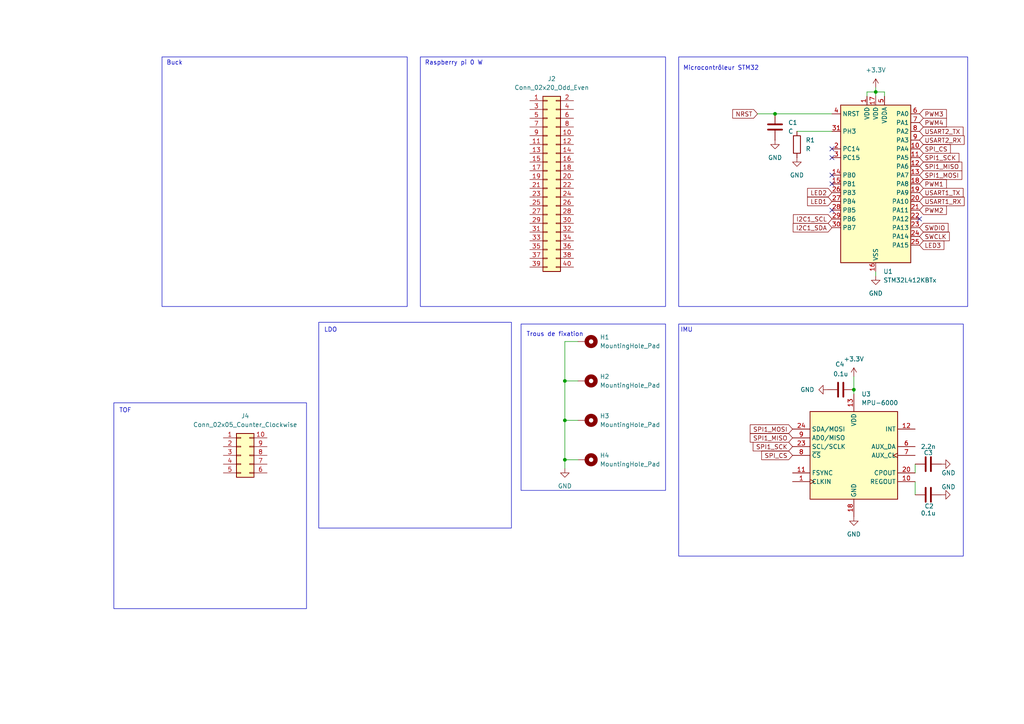
<source format=kicad_sch>
(kicad_sch
	(version 20231120)
	(generator "eeschema")
	(generator_version "8.0")
	(uuid "e0b73e7a-afb5-4c54-9e6c-34c121727ede")
	(paper "A4")
	(title_block
		(title "Ingenuity")
		(date "2024-03-11")
		(rev "1.0")
		(company "ENSEA")
		(comment 1 "Kevin & Penelope & Joel & Elio")
	)
	(lib_symbols
		(symbol "Connector_Generic:Conn_02x05_Counter_Clockwise"
			(pin_names
				(offset 1.016) hide)
			(exclude_from_sim no)
			(in_bom yes)
			(on_board yes)
			(property "Reference" "J"
				(at 1.27 7.62 0)
				(effects
					(font
						(size 1.27 1.27)
					)
				)
			)
			(property "Value" "Conn_02x05_Counter_Clockwise"
				(at 1.27 -7.62 0)
				(effects
					(font
						(size 1.27 1.27)
					)
				)
			)
			(property "Footprint" ""
				(at 0 0 0)
				(effects
					(font
						(size 1.27 1.27)
					)
					(hide yes)
				)
			)
			(property "Datasheet" "~"
				(at 0 0 0)
				(effects
					(font
						(size 1.27 1.27)
					)
					(hide yes)
				)
			)
			(property "Description" "Generic connector, double row, 02x05, counter clockwise pin numbering scheme (similar to DIP package numbering), script generated (kicad-library-utils/schlib/autogen/connector/)"
				(at 0 0 0)
				(effects
					(font
						(size 1.27 1.27)
					)
					(hide yes)
				)
			)
			(property "ki_keywords" "connector"
				(at 0 0 0)
				(effects
					(font
						(size 1.27 1.27)
					)
					(hide yes)
				)
			)
			(property "ki_fp_filters" "Connector*:*_2x??_*"
				(at 0 0 0)
				(effects
					(font
						(size 1.27 1.27)
					)
					(hide yes)
				)
			)
			(symbol "Conn_02x05_Counter_Clockwise_1_1"
				(rectangle
					(start -1.27 -4.953)
					(end 0 -5.207)
					(stroke
						(width 0.1524)
						(type default)
					)
					(fill
						(type none)
					)
				)
				(rectangle
					(start -1.27 -2.413)
					(end 0 -2.667)
					(stroke
						(width 0.1524)
						(type default)
					)
					(fill
						(type none)
					)
				)
				(rectangle
					(start -1.27 0.127)
					(end 0 -0.127)
					(stroke
						(width 0.1524)
						(type default)
					)
					(fill
						(type none)
					)
				)
				(rectangle
					(start -1.27 2.667)
					(end 0 2.413)
					(stroke
						(width 0.1524)
						(type default)
					)
					(fill
						(type none)
					)
				)
				(rectangle
					(start -1.27 5.207)
					(end 0 4.953)
					(stroke
						(width 0.1524)
						(type default)
					)
					(fill
						(type none)
					)
				)
				(rectangle
					(start -1.27 6.35)
					(end 3.81 -6.35)
					(stroke
						(width 0.254)
						(type default)
					)
					(fill
						(type background)
					)
				)
				(rectangle
					(start 3.81 -4.953)
					(end 2.54 -5.207)
					(stroke
						(width 0.1524)
						(type default)
					)
					(fill
						(type none)
					)
				)
				(rectangle
					(start 3.81 -2.413)
					(end 2.54 -2.667)
					(stroke
						(width 0.1524)
						(type default)
					)
					(fill
						(type none)
					)
				)
				(rectangle
					(start 3.81 0.127)
					(end 2.54 -0.127)
					(stroke
						(width 0.1524)
						(type default)
					)
					(fill
						(type none)
					)
				)
				(rectangle
					(start 3.81 2.667)
					(end 2.54 2.413)
					(stroke
						(width 0.1524)
						(type default)
					)
					(fill
						(type none)
					)
				)
				(rectangle
					(start 3.81 5.207)
					(end 2.54 4.953)
					(stroke
						(width 0.1524)
						(type default)
					)
					(fill
						(type none)
					)
				)
				(pin passive line
					(at -5.08 5.08 0)
					(length 3.81)
					(name "Pin_1"
						(effects
							(font
								(size 1.27 1.27)
							)
						)
					)
					(number "1"
						(effects
							(font
								(size 1.27 1.27)
							)
						)
					)
				)
				(pin passive line
					(at 7.62 5.08 180)
					(length 3.81)
					(name "Pin_10"
						(effects
							(font
								(size 1.27 1.27)
							)
						)
					)
					(number "10"
						(effects
							(font
								(size 1.27 1.27)
							)
						)
					)
				)
				(pin passive line
					(at -5.08 2.54 0)
					(length 3.81)
					(name "Pin_2"
						(effects
							(font
								(size 1.27 1.27)
							)
						)
					)
					(number "2"
						(effects
							(font
								(size 1.27 1.27)
							)
						)
					)
				)
				(pin passive line
					(at -5.08 0 0)
					(length 3.81)
					(name "Pin_3"
						(effects
							(font
								(size 1.27 1.27)
							)
						)
					)
					(number "3"
						(effects
							(font
								(size 1.27 1.27)
							)
						)
					)
				)
				(pin passive line
					(at -5.08 -2.54 0)
					(length 3.81)
					(name "Pin_4"
						(effects
							(font
								(size 1.27 1.27)
							)
						)
					)
					(number "4"
						(effects
							(font
								(size 1.27 1.27)
							)
						)
					)
				)
				(pin passive line
					(at -5.08 -5.08 0)
					(length 3.81)
					(name "Pin_5"
						(effects
							(font
								(size 1.27 1.27)
							)
						)
					)
					(number "5"
						(effects
							(font
								(size 1.27 1.27)
							)
						)
					)
				)
				(pin passive line
					(at 7.62 -5.08 180)
					(length 3.81)
					(name "Pin_6"
						(effects
							(font
								(size 1.27 1.27)
							)
						)
					)
					(number "6"
						(effects
							(font
								(size 1.27 1.27)
							)
						)
					)
				)
				(pin passive line
					(at 7.62 -2.54 180)
					(length 3.81)
					(name "Pin_7"
						(effects
							(font
								(size 1.27 1.27)
							)
						)
					)
					(number "7"
						(effects
							(font
								(size 1.27 1.27)
							)
						)
					)
				)
				(pin passive line
					(at 7.62 0 180)
					(length 3.81)
					(name "Pin_8"
						(effects
							(font
								(size 1.27 1.27)
							)
						)
					)
					(number "8"
						(effects
							(font
								(size 1.27 1.27)
							)
						)
					)
				)
				(pin passive line
					(at 7.62 2.54 180)
					(length 3.81)
					(name "Pin_9"
						(effects
							(font
								(size 1.27 1.27)
							)
						)
					)
					(number "9"
						(effects
							(font
								(size 1.27 1.27)
							)
						)
					)
				)
			)
		)
		(symbol "Connector_Generic:Conn_02x20_Odd_Even"
			(pin_names
				(offset 1.016) hide)
			(exclude_from_sim no)
			(in_bom yes)
			(on_board yes)
			(property "Reference" "J"
				(at 1.27 25.4 0)
				(effects
					(font
						(size 1.27 1.27)
					)
				)
			)
			(property "Value" "Conn_02x20_Odd_Even"
				(at 1.27 -27.94 0)
				(effects
					(font
						(size 1.27 1.27)
					)
				)
			)
			(property "Footprint" ""
				(at 0 0 0)
				(effects
					(font
						(size 1.27 1.27)
					)
					(hide yes)
				)
			)
			(property "Datasheet" "~"
				(at 0 0 0)
				(effects
					(font
						(size 1.27 1.27)
					)
					(hide yes)
				)
			)
			(property "Description" "Generic connector, double row, 02x20, odd/even pin numbering scheme (row 1 odd numbers, row 2 even numbers), script generated (kicad-library-utils/schlib/autogen/connector/)"
				(at 0 0 0)
				(effects
					(font
						(size 1.27 1.27)
					)
					(hide yes)
				)
			)
			(property "ki_keywords" "connector"
				(at 0 0 0)
				(effects
					(font
						(size 1.27 1.27)
					)
					(hide yes)
				)
			)
			(property "ki_fp_filters" "Connector*:*_2x??_*"
				(at 0 0 0)
				(effects
					(font
						(size 1.27 1.27)
					)
					(hide yes)
				)
			)
			(symbol "Conn_02x20_Odd_Even_1_1"
				(rectangle
					(start -1.27 -25.273)
					(end 0 -25.527)
					(stroke
						(width 0.1524)
						(type default)
					)
					(fill
						(type none)
					)
				)
				(rectangle
					(start -1.27 -22.733)
					(end 0 -22.987)
					(stroke
						(width 0.1524)
						(type default)
					)
					(fill
						(type none)
					)
				)
				(rectangle
					(start -1.27 -20.193)
					(end 0 -20.447)
					(stroke
						(width 0.1524)
						(type default)
					)
					(fill
						(type none)
					)
				)
				(rectangle
					(start -1.27 -17.653)
					(end 0 -17.907)
					(stroke
						(width 0.1524)
						(type default)
					)
					(fill
						(type none)
					)
				)
				(rectangle
					(start -1.27 -15.113)
					(end 0 -15.367)
					(stroke
						(width 0.1524)
						(type default)
					)
					(fill
						(type none)
					)
				)
				(rectangle
					(start -1.27 -12.573)
					(end 0 -12.827)
					(stroke
						(width 0.1524)
						(type default)
					)
					(fill
						(type none)
					)
				)
				(rectangle
					(start -1.27 -10.033)
					(end 0 -10.287)
					(stroke
						(width 0.1524)
						(type default)
					)
					(fill
						(type none)
					)
				)
				(rectangle
					(start -1.27 -7.493)
					(end 0 -7.747)
					(stroke
						(width 0.1524)
						(type default)
					)
					(fill
						(type none)
					)
				)
				(rectangle
					(start -1.27 -4.953)
					(end 0 -5.207)
					(stroke
						(width 0.1524)
						(type default)
					)
					(fill
						(type none)
					)
				)
				(rectangle
					(start -1.27 -2.413)
					(end 0 -2.667)
					(stroke
						(width 0.1524)
						(type default)
					)
					(fill
						(type none)
					)
				)
				(rectangle
					(start -1.27 0.127)
					(end 0 -0.127)
					(stroke
						(width 0.1524)
						(type default)
					)
					(fill
						(type none)
					)
				)
				(rectangle
					(start -1.27 2.667)
					(end 0 2.413)
					(stroke
						(width 0.1524)
						(type default)
					)
					(fill
						(type none)
					)
				)
				(rectangle
					(start -1.27 5.207)
					(end 0 4.953)
					(stroke
						(width 0.1524)
						(type default)
					)
					(fill
						(type none)
					)
				)
				(rectangle
					(start -1.27 7.747)
					(end 0 7.493)
					(stroke
						(width 0.1524)
						(type default)
					)
					(fill
						(type none)
					)
				)
				(rectangle
					(start -1.27 10.287)
					(end 0 10.033)
					(stroke
						(width 0.1524)
						(type default)
					)
					(fill
						(type none)
					)
				)
				(rectangle
					(start -1.27 12.827)
					(end 0 12.573)
					(stroke
						(width 0.1524)
						(type default)
					)
					(fill
						(type none)
					)
				)
				(rectangle
					(start -1.27 15.367)
					(end 0 15.113)
					(stroke
						(width 0.1524)
						(type default)
					)
					(fill
						(type none)
					)
				)
				(rectangle
					(start -1.27 17.907)
					(end 0 17.653)
					(stroke
						(width 0.1524)
						(type default)
					)
					(fill
						(type none)
					)
				)
				(rectangle
					(start -1.27 20.447)
					(end 0 20.193)
					(stroke
						(width 0.1524)
						(type default)
					)
					(fill
						(type none)
					)
				)
				(rectangle
					(start -1.27 22.987)
					(end 0 22.733)
					(stroke
						(width 0.1524)
						(type default)
					)
					(fill
						(type none)
					)
				)
				(rectangle
					(start -1.27 24.13)
					(end 3.81 -26.67)
					(stroke
						(width 0.254)
						(type default)
					)
					(fill
						(type background)
					)
				)
				(rectangle
					(start 3.81 -25.273)
					(end 2.54 -25.527)
					(stroke
						(width 0.1524)
						(type default)
					)
					(fill
						(type none)
					)
				)
				(rectangle
					(start 3.81 -22.733)
					(end 2.54 -22.987)
					(stroke
						(width 0.1524)
						(type default)
					)
					(fill
						(type none)
					)
				)
				(rectangle
					(start 3.81 -20.193)
					(end 2.54 -20.447)
					(stroke
						(width 0.1524)
						(type default)
					)
					(fill
						(type none)
					)
				)
				(rectangle
					(start 3.81 -17.653)
					(end 2.54 -17.907)
					(stroke
						(width 0.1524)
						(type default)
					)
					(fill
						(type none)
					)
				)
				(rectangle
					(start 3.81 -15.113)
					(end 2.54 -15.367)
					(stroke
						(width 0.1524)
						(type default)
					)
					(fill
						(type none)
					)
				)
				(rectangle
					(start 3.81 -12.573)
					(end 2.54 -12.827)
					(stroke
						(width 0.1524)
						(type default)
					)
					(fill
						(type none)
					)
				)
				(rectangle
					(start 3.81 -10.033)
					(end 2.54 -10.287)
					(stroke
						(width 0.1524)
						(type default)
					)
					(fill
						(type none)
					)
				)
				(rectangle
					(start 3.81 -7.493)
					(end 2.54 -7.747)
					(stroke
						(width 0.1524)
						(type default)
					)
					(fill
						(type none)
					)
				)
				(rectangle
					(start 3.81 -4.953)
					(end 2.54 -5.207)
					(stroke
						(width 0.1524)
						(type default)
					)
					(fill
						(type none)
					)
				)
				(rectangle
					(start 3.81 -2.413)
					(end 2.54 -2.667)
					(stroke
						(width 0.1524)
						(type default)
					)
					(fill
						(type none)
					)
				)
				(rectangle
					(start 3.81 0.127)
					(end 2.54 -0.127)
					(stroke
						(width 0.1524)
						(type default)
					)
					(fill
						(type none)
					)
				)
				(rectangle
					(start 3.81 2.667)
					(end 2.54 2.413)
					(stroke
						(width 0.1524)
						(type default)
					)
					(fill
						(type none)
					)
				)
				(rectangle
					(start 3.81 5.207)
					(end 2.54 4.953)
					(stroke
						(width 0.1524)
						(type default)
					)
					(fill
						(type none)
					)
				)
				(rectangle
					(start 3.81 7.747)
					(end 2.54 7.493)
					(stroke
						(width 0.1524)
						(type default)
					)
					(fill
						(type none)
					)
				)
				(rectangle
					(start 3.81 10.287)
					(end 2.54 10.033)
					(stroke
						(width 0.1524)
						(type default)
					)
					(fill
						(type none)
					)
				)
				(rectangle
					(start 3.81 12.827)
					(end 2.54 12.573)
					(stroke
						(width 0.1524)
						(type default)
					)
					(fill
						(type none)
					)
				)
				(rectangle
					(start 3.81 15.367)
					(end 2.54 15.113)
					(stroke
						(width 0.1524)
						(type default)
					)
					(fill
						(type none)
					)
				)
				(rectangle
					(start 3.81 17.907)
					(end 2.54 17.653)
					(stroke
						(width 0.1524)
						(type default)
					)
					(fill
						(type none)
					)
				)
				(rectangle
					(start 3.81 20.447)
					(end 2.54 20.193)
					(stroke
						(width 0.1524)
						(type default)
					)
					(fill
						(type none)
					)
				)
				(rectangle
					(start 3.81 22.987)
					(end 2.54 22.733)
					(stroke
						(width 0.1524)
						(type default)
					)
					(fill
						(type none)
					)
				)
				(pin passive line
					(at -5.08 22.86 0)
					(length 3.81)
					(name "Pin_1"
						(effects
							(font
								(size 1.27 1.27)
							)
						)
					)
					(number "1"
						(effects
							(font
								(size 1.27 1.27)
							)
						)
					)
				)
				(pin passive line
					(at 7.62 12.7 180)
					(length 3.81)
					(name "Pin_10"
						(effects
							(font
								(size 1.27 1.27)
							)
						)
					)
					(number "10"
						(effects
							(font
								(size 1.27 1.27)
							)
						)
					)
				)
				(pin passive line
					(at -5.08 10.16 0)
					(length 3.81)
					(name "Pin_11"
						(effects
							(font
								(size 1.27 1.27)
							)
						)
					)
					(number "11"
						(effects
							(font
								(size 1.27 1.27)
							)
						)
					)
				)
				(pin passive line
					(at 7.62 10.16 180)
					(length 3.81)
					(name "Pin_12"
						(effects
							(font
								(size 1.27 1.27)
							)
						)
					)
					(number "12"
						(effects
							(font
								(size 1.27 1.27)
							)
						)
					)
				)
				(pin passive line
					(at -5.08 7.62 0)
					(length 3.81)
					(name "Pin_13"
						(effects
							(font
								(size 1.27 1.27)
							)
						)
					)
					(number "13"
						(effects
							(font
								(size 1.27 1.27)
							)
						)
					)
				)
				(pin passive line
					(at 7.62 7.62 180)
					(length 3.81)
					(name "Pin_14"
						(effects
							(font
								(size 1.27 1.27)
							)
						)
					)
					(number "14"
						(effects
							(font
								(size 1.27 1.27)
							)
						)
					)
				)
				(pin passive line
					(at -5.08 5.08 0)
					(length 3.81)
					(name "Pin_15"
						(effects
							(font
								(size 1.27 1.27)
							)
						)
					)
					(number "15"
						(effects
							(font
								(size 1.27 1.27)
							)
						)
					)
				)
				(pin passive line
					(at 7.62 5.08 180)
					(length 3.81)
					(name "Pin_16"
						(effects
							(font
								(size 1.27 1.27)
							)
						)
					)
					(number "16"
						(effects
							(font
								(size 1.27 1.27)
							)
						)
					)
				)
				(pin passive line
					(at -5.08 2.54 0)
					(length 3.81)
					(name "Pin_17"
						(effects
							(font
								(size 1.27 1.27)
							)
						)
					)
					(number "17"
						(effects
							(font
								(size 1.27 1.27)
							)
						)
					)
				)
				(pin passive line
					(at 7.62 2.54 180)
					(length 3.81)
					(name "Pin_18"
						(effects
							(font
								(size 1.27 1.27)
							)
						)
					)
					(number "18"
						(effects
							(font
								(size 1.27 1.27)
							)
						)
					)
				)
				(pin passive line
					(at -5.08 0 0)
					(length 3.81)
					(name "Pin_19"
						(effects
							(font
								(size 1.27 1.27)
							)
						)
					)
					(number "19"
						(effects
							(font
								(size 1.27 1.27)
							)
						)
					)
				)
				(pin passive line
					(at 7.62 22.86 180)
					(length 3.81)
					(name "Pin_2"
						(effects
							(font
								(size 1.27 1.27)
							)
						)
					)
					(number "2"
						(effects
							(font
								(size 1.27 1.27)
							)
						)
					)
				)
				(pin passive line
					(at 7.62 0 180)
					(length 3.81)
					(name "Pin_20"
						(effects
							(font
								(size 1.27 1.27)
							)
						)
					)
					(number "20"
						(effects
							(font
								(size 1.27 1.27)
							)
						)
					)
				)
				(pin passive line
					(at -5.08 -2.54 0)
					(length 3.81)
					(name "Pin_21"
						(effects
							(font
								(size 1.27 1.27)
							)
						)
					)
					(number "21"
						(effects
							(font
								(size 1.27 1.27)
							)
						)
					)
				)
				(pin passive line
					(at 7.62 -2.54 180)
					(length 3.81)
					(name "Pin_22"
						(effects
							(font
								(size 1.27 1.27)
							)
						)
					)
					(number "22"
						(effects
							(font
								(size 1.27 1.27)
							)
						)
					)
				)
				(pin passive line
					(at -5.08 -5.08 0)
					(length 3.81)
					(name "Pin_23"
						(effects
							(font
								(size 1.27 1.27)
							)
						)
					)
					(number "23"
						(effects
							(font
								(size 1.27 1.27)
							)
						)
					)
				)
				(pin passive line
					(at 7.62 -5.08 180)
					(length 3.81)
					(name "Pin_24"
						(effects
							(font
								(size 1.27 1.27)
							)
						)
					)
					(number "24"
						(effects
							(font
								(size 1.27 1.27)
							)
						)
					)
				)
				(pin passive line
					(at -5.08 -7.62 0)
					(length 3.81)
					(name "Pin_25"
						(effects
							(font
								(size 1.27 1.27)
							)
						)
					)
					(number "25"
						(effects
							(font
								(size 1.27 1.27)
							)
						)
					)
				)
				(pin passive line
					(at 7.62 -7.62 180)
					(length 3.81)
					(name "Pin_26"
						(effects
							(font
								(size 1.27 1.27)
							)
						)
					)
					(number "26"
						(effects
							(font
								(size 1.27 1.27)
							)
						)
					)
				)
				(pin passive line
					(at -5.08 -10.16 0)
					(length 3.81)
					(name "Pin_27"
						(effects
							(font
								(size 1.27 1.27)
							)
						)
					)
					(number "27"
						(effects
							(font
								(size 1.27 1.27)
							)
						)
					)
				)
				(pin passive line
					(at 7.62 -10.16 180)
					(length 3.81)
					(name "Pin_28"
						(effects
							(font
								(size 1.27 1.27)
							)
						)
					)
					(number "28"
						(effects
							(font
								(size 1.27 1.27)
							)
						)
					)
				)
				(pin passive line
					(at -5.08 -12.7 0)
					(length 3.81)
					(name "Pin_29"
						(effects
							(font
								(size 1.27 1.27)
							)
						)
					)
					(number "29"
						(effects
							(font
								(size 1.27 1.27)
							)
						)
					)
				)
				(pin passive line
					(at -5.08 20.32 0)
					(length 3.81)
					(name "Pin_3"
						(effects
							(font
								(size 1.27 1.27)
							)
						)
					)
					(number "3"
						(effects
							(font
								(size 1.27 1.27)
							)
						)
					)
				)
				(pin passive line
					(at 7.62 -12.7 180)
					(length 3.81)
					(name "Pin_30"
						(effects
							(font
								(size 1.27 1.27)
							)
						)
					)
					(number "30"
						(effects
							(font
								(size 1.27 1.27)
							)
						)
					)
				)
				(pin passive line
					(at -5.08 -15.24 0)
					(length 3.81)
					(name "Pin_31"
						(effects
							(font
								(size 1.27 1.27)
							)
						)
					)
					(number "31"
						(effects
							(font
								(size 1.27 1.27)
							)
						)
					)
				)
				(pin passive line
					(at 7.62 -15.24 180)
					(length 3.81)
					(name "Pin_32"
						(effects
							(font
								(size 1.27 1.27)
							)
						)
					)
					(number "32"
						(effects
							(font
								(size 1.27 1.27)
							)
						)
					)
				)
				(pin passive line
					(at -5.08 -17.78 0)
					(length 3.81)
					(name "Pin_33"
						(effects
							(font
								(size 1.27 1.27)
							)
						)
					)
					(number "33"
						(effects
							(font
								(size 1.27 1.27)
							)
						)
					)
				)
				(pin passive line
					(at 7.62 -17.78 180)
					(length 3.81)
					(name "Pin_34"
						(effects
							(font
								(size 1.27 1.27)
							)
						)
					)
					(number "34"
						(effects
							(font
								(size 1.27 1.27)
							)
						)
					)
				)
				(pin passive line
					(at -5.08 -20.32 0)
					(length 3.81)
					(name "Pin_35"
						(effects
							(font
								(size 1.27 1.27)
							)
						)
					)
					(number "35"
						(effects
							(font
								(size 1.27 1.27)
							)
						)
					)
				)
				(pin passive line
					(at 7.62 -20.32 180)
					(length 3.81)
					(name "Pin_36"
						(effects
							(font
								(size 1.27 1.27)
							)
						)
					)
					(number "36"
						(effects
							(font
								(size 1.27 1.27)
							)
						)
					)
				)
				(pin passive line
					(at -5.08 -22.86 0)
					(length 3.81)
					(name "Pin_37"
						(effects
							(font
								(size 1.27 1.27)
							)
						)
					)
					(number "37"
						(effects
							(font
								(size 1.27 1.27)
							)
						)
					)
				)
				(pin passive line
					(at 7.62 -22.86 180)
					(length 3.81)
					(name "Pin_38"
						(effects
							(font
								(size 1.27 1.27)
							)
						)
					)
					(number "38"
						(effects
							(font
								(size 1.27 1.27)
							)
						)
					)
				)
				(pin passive line
					(at -5.08 -25.4 0)
					(length 3.81)
					(name "Pin_39"
						(effects
							(font
								(size 1.27 1.27)
							)
						)
					)
					(number "39"
						(effects
							(font
								(size 1.27 1.27)
							)
						)
					)
				)
				(pin passive line
					(at 7.62 20.32 180)
					(length 3.81)
					(name "Pin_4"
						(effects
							(font
								(size 1.27 1.27)
							)
						)
					)
					(number "4"
						(effects
							(font
								(size 1.27 1.27)
							)
						)
					)
				)
				(pin passive line
					(at 7.62 -25.4 180)
					(length 3.81)
					(name "Pin_40"
						(effects
							(font
								(size 1.27 1.27)
							)
						)
					)
					(number "40"
						(effects
							(font
								(size 1.27 1.27)
							)
						)
					)
				)
				(pin passive line
					(at -5.08 17.78 0)
					(length 3.81)
					(name "Pin_5"
						(effects
							(font
								(size 1.27 1.27)
							)
						)
					)
					(number "5"
						(effects
							(font
								(size 1.27 1.27)
							)
						)
					)
				)
				(pin passive line
					(at 7.62 17.78 180)
					(length 3.81)
					(name "Pin_6"
						(effects
							(font
								(size 1.27 1.27)
							)
						)
					)
					(number "6"
						(effects
							(font
								(size 1.27 1.27)
							)
						)
					)
				)
				(pin passive line
					(at -5.08 15.24 0)
					(length 3.81)
					(name "Pin_7"
						(effects
							(font
								(size 1.27 1.27)
							)
						)
					)
					(number "7"
						(effects
							(font
								(size 1.27 1.27)
							)
						)
					)
				)
				(pin passive line
					(at 7.62 15.24 180)
					(length 3.81)
					(name "Pin_8"
						(effects
							(font
								(size 1.27 1.27)
							)
						)
					)
					(number "8"
						(effects
							(font
								(size 1.27 1.27)
							)
						)
					)
				)
				(pin passive line
					(at -5.08 12.7 0)
					(length 3.81)
					(name "Pin_9"
						(effects
							(font
								(size 1.27 1.27)
							)
						)
					)
					(number "9"
						(effects
							(font
								(size 1.27 1.27)
							)
						)
					)
				)
			)
		)
		(symbol "Device:C"
			(pin_numbers hide)
			(pin_names
				(offset 0.254)
			)
			(exclude_from_sim no)
			(in_bom yes)
			(on_board yes)
			(property "Reference" "C"
				(at 0.635 2.54 0)
				(effects
					(font
						(size 1.27 1.27)
					)
					(justify left)
				)
			)
			(property "Value" "C"
				(at 0.635 -2.54 0)
				(effects
					(font
						(size 1.27 1.27)
					)
					(justify left)
				)
			)
			(property "Footprint" ""
				(at 0.9652 -3.81 0)
				(effects
					(font
						(size 1.27 1.27)
					)
					(hide yes)
				)
			)
			(property "Datasheet" "~"
				(at 0 0 0)
				(effects
					(font
						(size 1.27 1.27)
					)
					(hide yes)
				)
			)
			(property "Description" "Unpolarized capacitor"
				(at 0 0 0)
				(effects
					(font
						(size 1.27 1.27)
					)
					(hide yes)
				)
			)
			(property "ki_keywords" "cap capacitor"
				(at 0 0 0)
				(effects
					(font
						(size 1.27 1.27)
					)
					(hide yes)
				)
			)
			(property "ki_fp_filters" "C_*"
				(at 0 0 0)
				(effects
					(font
						(size 1.27 1.27)
					)
					(hide yes)
				)
			)
			(symbol "C_0_1"
				(polyline
					(pts
						(xy -2.032 -0.762) (xy 2.032 -0.762)
					)
					(stroke
						(width 0.508)
						(type default)
					)
					(fill
						(type none)
					)
				)
				(polyline
					(pts
						(xy -2.032 0.762) (xy 2.032 0.762)
					)
					(stroke
						(width 0.508)
						(type default)
					)
					(fill
						(type none)
					)
				)
			)
			(symbol "C_1_1"
				(pin passive line
					(at 0 3.81 270)
					(length 2.794)
					(name "~"
						(effects
							(font
								(size 1.27 1.27)
							)
						)
					)
					(number "1"
						(effects
							(font
								(size 1.27 1.27)
							)
						)
					)
				)
				(pin passive line
					(at 0 -3.81 90)
					(length 2.794)
					(name "~"
						(effects
							(font
								(size 1.27 1.27)
							)
						)
					)
					(number "2"
						(effects
							(font
								(size 1.27 1.27)
							)
						)
					)
				)
			)
		)
		(symbol "Device:R"
			(pin_numbers hide)
			(pin_names
				(offset 0)
			)
			(exclude_from_sim no)
			(in_bom yes)
			(on_board yes)
			(property "Reference" "R"
				(at 2.032 0 90)
				(effects
					(font
						(size 1.27 1.27)
					)
				)
			)
			(property "Value" "R"
				(at 0 0 90)
				(effects
					(font
						(size 1.27 1.27)
					)
				)
			)
			(property "Footprint" ""
				(at -1.778 0 90)
				(effects
					(font
						(size 1.27 1.27)
					)
					(hide yes)
				)
			)
			(property "Datasheet" "~"
				(at 0 0 0)
				(effects
					(font
						(size 1.27 1.27)
					)
					(hide yes)
				)
			)
			(property "Description" "Resistor"
				(at 0 0 0)
				(effects
					(font
						(size 1.27 1.27)
					)
					(hide yes)
				)
			)
			(property "ki_keywords" "R res resistor"
				(at 0 0 0)
				(effects
					(font
						(size 1.27 1.27)
					)
					(hide yes)
				)
			)
			(property "ki_fp_filters" "R_*"
				(at 0 0 0)
				(effects
					(font
						(size 1.27 1.27)
					)
					(hide yes)
				)
			)
			(symbol "R_0_1"
				(rectangle
					(start -1.016 -2.54)
					(end 1.016 2.54)
					(stroke
						(width 0.254)
						(type default)
					)
					(fill
						(type none)
					)
				)
			)
			(symbol "R_1_1"
				(pin passive line
					(at 0 3.81 270)
					(length 1.27)
					(name "~"
						(effects
							(font
								(size 1.27 1.27)
							)
						)
					)
					(number "1"
						(effects
							(font
								(size 1.27 1.27)
							)
						)
					)
				)
				(pin passive line
					(at 0 -3.81 90)
					(length 1.27)
					(name "~"
						(effects
							(font
								(size 1.27 1.27)
							)
						)
					)
					(number "2"
						(effects
							(font
								(size 1.27 1.27)
							)
						)
					)
				)
			)
		)
		(symbol "GND_1"
			(power)
			(pin_numbers hide)
			(pin_names
				(offset 0) hide)
			(exclude_from_sim no)
			(in_bom yes)
			(on_board yes)
			(property "Reference" "#PWR"
				(at 0 -6.35 0)
				(effects
					(font
						(size 1.27 1.27)
					)
					(hide yes)
				)
			)
			(property "Value" "GND"
				(at 0 -3.81 0)
				(effects
					(font
						(size 1.27 1.27)
					)
				)
			)
			(property "Footprint" ""
				(at 0 0 0)
				(effects
					(font
						(size 1.27 1.27)
					)
					(hide yes)
				)
			)
			(property "Datasheet" ""
				(at 0 0 0)
				(effects
					(font
						(size 1.27 1.27)
					)
					(hide yes)
				)
			)
			(property "Description" "Power symbol creates a global label with name \"GND\" , ground"
				(at 0 0 0)
				(effects
					(font
						(size 1.27 1.27)
					)
					(hide yes)
				)
			)
			(property "ki_keywords" "global power"
				(at 0 0 0)
				(effects
					(font
						(size 1.27 1.27)
					)
					(hide yes)
				)
			)
			(symbol "GND_1_0_1"
				(polyline
					(pts
						(xy 0 0) (xy 0 -1.27) (xy 1.27 -1.27) (xy 0 -2.54) (xy -1.27 -1.27) (xy 0 -1.27)
					)
					(stroke
						(width 0)
						(type default)
					)
					(fill
						(type none)
					)
				)
			)
			(symbol "GND_1_1_1"
				(pin power_in line
					(at 0 0 270)
					(length 0)
					(name "~"
						(effects
							(font
								(size 1.27 1.27)
							)
						)
					)
					(number "1"
						(effects
							(font
								(size 1.27 1.27)
							)
						)
					)
				)
			)
		)
		(symbol "MCU_ST_STM32L4:STM32L412KBTx"
			(exclude_from_sim no)
			(in_bom yes)
			(on_board yes)
			(property "Reference" "U"
				(at -10.16 24.13 0)
				(effects
					(font
						(size 1.27 1.27)
					)
					(justify left)
				)
			)
			(property "Value" "STM32L412KBTx"
				(at 5.08 24.13 0)
				(effects
					(font
						(size 1.27 1.27)
					)
					(justify left)
				)
			)
			(property "Footprint" "Package_QFP:LQFP-32_7x7mm_P0.8mm"
				(at -10.16 -22.86 0)
				(effects
					(font
						(size 1.27 1.27)
					)
					(justify right)
					(hide yes)
				)
			)
			(property "Datasheet" "https://www.st.com/resource/en/datasheet/stm32l412kb.pdf"
				(at 0 0 0)
				(effects
					(font
						(size 1.27 1.27)
					)
					(hide yes)
				)
			)
			(property "Description" "STMicroelectronics Arm Cortex-M4 MCU, 128KB flash, 40KB RAM, 80 MHz, 1.71-3.6V, 26 GPIO, LQFP32"
				(at 0 0 0)
				(effects
					(font
						(size 1.27 1.27)
					)
					(hide yes)
				)
			)
			(property "ki_locked" ""
				(at 0 0 0)
				(effects
					(font
						(size 1.27 1.27)
					)
				)
			)
			(property "ki_keywords" "Arm Cortex-M4 STM32L4 STM32L4x2"
				(at 0 0 0)
				(effects
					(font
						(size 1.27 1.27)
					)
					(hide yes)
				)
			)
			(property "ki_fp_filters" "LQFP*7x7mm*P0.8mm*"
				(at 0 0 0)
				(effects
					(font
						(size 1.27 1.27)
					)
					(hide yes)
				)
			)
			(symbol "STM32L412KBTx_0_1"
				(rectangle
					(start -10.16 -22.86)
					(end 10.16 22.86)
					(stroke
						(width 0.254)
						(type default)
					)
					(fill
						(type background)
					)
				)
			)
			(symbol "STM32L412KBTx_1_1"
				(pin power_in line
					(at -2.54 25.4 270)
					(length 2.54)
					(name "VDD"
						(effects
							(font
								(size 1.27 1.27)
							)
						)
					)
					(number "1"
						(effects
							(font
								(size 1.27 1.27)
							)
						)
					)
				)
				(pin bidirectional line
					(at 12.7 10.16 180)
					(length 2.54)
					(name "PA4"
						(effects
							(font
								(size 1.27 1.27)
							)
						)
					)
					(number "10"
						(effects
							(font
								(size 1.27 1.27)
							)
						)
					)
					(alternate "ADC1_IN9" bidirectional line)
					(alternate "ADC2_IN9" bidirectional line)
					(alternate "COMP1_INM" bidirectional line)
					(alternate "LPTIM2_OUT" bidirectional line)
					(alternate "SPI1_NSS" bidirectional line)
					(alternate "USART2_CK" bidirectional line)
				)
				(pin bidirectional line
					(at 12.7 7.62 180)
					(length 2.54)
					(name "PA5"
						(effects
							(font
								(size 1.27 1.27)
							)
						)
					)
					(number "11"
						(effects
							(font
								(size 1.27 1.27)
							)
						)
					)
					(alternate "ADC1_IN10" bidirectional line)
					(alternate "ADC2_IN10" bidirectional line)
					(alternate "COMP1_INM" bidirectional line)
					(alternate "LPTIM2_ETR" bidirectional line)
					(alternate "SPI1_SCK" bidirectional line)
					(alternate "TIM2_CH1" bidirectional line)
					(alternate "TIM2_ETR" bidirectional line)
				)
				(pin bidirectional line
					(at 12.7 5.08 180)
					(length 2.54)
					(name "PA6"
						(effects
							(font
								(size 1.27 1.27)
							)
						)
					)
					(number "12"
						(effects
							(font
								(size 1.27 1.27)
							)
						)
					)
					(alternate "ADC1_IN11" bidirectional line)
					(alternate "ADC2_IN11" bidirectional line)
					(alternate "COMP1_OUT" bidirectional line)
					(alternate "LPUART1_CTS" bidirectional line)
					(alternate "QUADSPI_BK1_IO3" bidirectional line)
					(alternate "SPI1_MISO" bidirectional line)
					(alternate "TIM16_CH1" bidirectional line)
					(alternate "TIM1_BKIN" bidirectional line)
				)
				(pin bidirectional line
					(at 12.7 2.54 180)
					(length 2.54)
					(name "PA7"
						(effects
							(font
								(size 1.27 1.27)
							)
						)
					)
					(number "13"
						(effects
							(font
								(size 1.27 1.27)
							)
						)
					)
					(alternate "ADC1_IN12" bidirectional line)
					(alternate "ADC2_IN12" bidirectional line)
					(alternate "I2C3_SCL" bidirectional line)
					(alternate "QUADSPI_BK1_IO2" bidirectional line)
					(alternate "SPI1_MOSI" bidirectional line)
					(alternate "TIM1_CH1N" bidirectional line)
				)
				(pin bidirectional line
					(at -12.7 2.54 0)
					(length 2.54)
					(name "PB0"
						(effects
							(font
								(size 1.27 1.27)
							)
						)
					)
					(number "14"
						(effects
							(font
								(size 1.27 1.27)
							)
						)
					)
					(alternate "ADC1_IN15" bidirectional line)
					(alternate "ADC2_IN15" bidirectional line)
					(alternate "COMP1_OUT" bidirectional line)
					(alternate "QUADSPI_BK1_IO1" bidirectional line)
					(alternate "SPI1_NSS" bidirectional line)
					(alternate "SYS_TRACED0" bidirectional line)
					(alternate "TIM1_CH2N" bidirectional line)
				)
				(pin bidirectional line
					(at -12.7 0 0)
					(length 2.54)
					(name "PB1"
						(effects
							(font
								(size 1.27 1.27)
							)
						)
					)
					(number "15"
						(effects
							(font
								(size 1.27 1.27)
							)
						)
					)
					(alternate "ADC1_IN16" bidirectional line)
					(alternate "ADC2_IN16" bidirectional line)
					(alternate "COMP1_INM" bidirectional line)
					(alternate "LPTIM2_IN1" bidirectional line)
					(alternate "LPUART1_DE" bidirectional line)
					(alternate "LPUART1_RTS" bidirectional line)
					(alternate "QUADSPI_BK1_IO0" bidirectional line)
					(alternate "SYS_TRACED1" bidirectional line)
					(alternate "TIM1_CH3N" bidirectional line)
				)
				(pin power_in line
					(at 0 -25.4 90)
					(length 2.54)
					(name "VSS"
						(effects
							(font
								(size 1.27 1.27)
							)
						)
					)
					(number "16"
						(effects
							(font
								(size 1.27 1.27)
							)
						)
					)
				)
				(pin power_in line
					(at 0 25.4 270)
					(length 2.54)
					(name "VDD"
						(effects
							(font
								(size 1.27 1.27)
							)
						)
					)
					(number "17"
						(effects
							(font
								(size 1.27 1.27)
							)
						)
					)
				)
				(pin bidirectional line
					(at 12.7 0 180)
					(length 2.54)
					(name "PA8"
						(effects
							(font
								(size 1.27 1.27)
							)
						)
					)
					(number "18"
						(effects
							(font
								(size 1.27 1.27)
							)
						)
					)
					(alternate "LPTIM2_OUT" bidirectional line)
					(alternate "RCC_MCO" bidirectional line)
					(alternate "TIM1_CH1" bidirectional line)
					(alternate "USART1_CK" bidirectional line)
				)
				(pin bidirectional line
					(at 12.7 -2.54 180)
					(length 2.54)
					(name "PA9"
						(effects
							(font
								(size 1.27 1.27)
							)
						)
					)
					(number "19"
						(effects
							(font
								(size 1.27 1.27)
							)
						)
					)
					(alternate "I2C1_SCL" bidirectional line)
					(alternate "TIM15_BKIN" bidirectional line)
					(alternate "TIM1_CH2" bidirectional line)
					(alternate "USART1_TX" bidirectional line)
				)
				(pin bidirectional line
					(at -12.7 10.16 0)
					(length 2.54)
					(name "PC14"
						(effects
							(font
								(size 1.27 1.27)
							)
						)
					)
					(number "2"
						(effects
							(font
								(size 1.27 1.27)
							)
						)
					)
					(alternate "RCC_OSC32_IN" bidirectional line)
				)
				(pin bidirectional line
					(at 12.7 -5.08 180)
					(length 2.54)
					(name "PA10"
						(effects
							(font
								(size 1.27 1.27)
							)
						)
					)
					(number "20"
						(effects
							(font
								(size 1.27 1.27)
							)
						)
					)
					(alternate "CRS_SYNC" bidirectional line)
					(alternate "I2C1_SDA" bidirectional line)
					(alternate "TIM1_CH3" bidirectional line)
					(alternate "USART1_RX" bidirectional line)
				)
				(pin bidirectional line
					(at 12.7 -7.62 180)
					(length 2.54)
					(name "PA11"
						(effects
							(font
								(size 1.27 1.27)
							)
						)
					)
					(number "21"
						(effects
							(font
								(size 1.27 1.27)
							)
						)
					)
					(alternate "ADC1_EXTI11" bidirectional line)
					(alternate "ADC2_EXTI11" bidirectional line)
					(alternate "COMP1_OUT" bidirectional line)
					(alternate "SPI1_MISO" bidirectional line)
					(alternate "TIM1_BKIN2" bidirectional line)
					(alternate "TIM1_BKIN2_COMP1" bidirectional line)
					(alternate "TIM1_CH4" bidirectional line)
					(alternate "USART1_CTS" bidirectional line)
					(alternate "USB_DM" bidirectional line)
				)
				(pin bidirectional line
					(at 12.7 -10.16 180)
					(length 2.54)
					(name "PA12"
						(effects
							(font
								(size 1.27 1.27)
							)
						)
					)
					(number "22"
						(effects
							(font
								(size 1.27 1.27)
							)
						)
					)
					(alternate "SPI1_MOSI" bidirectional line)
					(alternate "TIM1_ETR" bidirectional line)
					(alternate "USART1_DE" bidirectional line)
					(alternate "USART1_RTS" bidirectional line)
					(alternate "USB_DP" bidirectional line)
				)
				(pin bidirectional line
					(at 12.7 -12.7 180)
					(length 2.54)
					(name "PA13"
						(effects
							(font
								(size 1.27 1.27)
							)
						)
					)
					(number "23"
						(effects
							(font
								(size 1.27 1.27)
							)
						)
					)
					(alternate "IR_OUT" bidirectional line)
					(alternate "SYS_JTMS-SWDIO" bidirectional line)
					(alternate "USB_NOE" bidirectional line)
				)
				(pin bidirectional line
					(at 12.7 -15.24 180)
					(length 2.54)
					(name "PA14"
						(effects
							(font
								(size 1.27 1.27)
							)
						)
					)
					(number "24"
						(effects
							(font
								(size 1.27 1.27)
							)
						)
					)
					(alternate "I2C1_SMBA" bidirectional line)
					(alternate "LPTIM1_OUT" bidirectional line)
					(alternate "SYS_JTCK-SWCLK" bidirectional line)
				)
				(pin bidirectional line
					(at 12.7 -17.78 180)
					(length 2.54)
					(name "PA15"
						(effects
							(font
								(size 1.27 1.27)
							)
						)
					)
					(number "25"
						(effects
							(font
								(size 1.27 1.27)
							)
						)
					)
					(alternate "ADC1_EXTI15" bidirectional line)
					(alternate "ADC2_EXTI15" bidirectional line)
					(alternate "SPI1_NSS" bidirectional line)
					(alternate "SYS_JTDI" bidirectional line)
					(alternate "TIM2_CH1" bidirectional line)
					(alternate "TIM2_ETR" bidirectional line)
					(alternate "USART2_RX" bidirectional line)
				)
				(pin bidirectional line
					(at -12.7 -2.54 0)
					(length 2.54)
					(name "PB3"
						(effects
							(font
								(size 1.27 1.27)
							)
						)
					)
					(number "26"
						(effects
							(font
								(size 1.27 1.27)
							)
						)
					)
					(alternate "SPI1_SCK" bidirectional line)
					(alternate "SYS_JTDO-SWO" bidirectional line)
					(alternate "TIM2_CH2" bidirectional line)
					(alternate "USART1_DE" bidirectional line)
					(alternate "USART1_RTS" bidirectional line)
				)
				(pin bidirectional line
					(at -12.7 -5.08 0)
					(length 2.54)
					(name "PB4"
						(effects
							(font
								(size 1.27 1.27)
							)
						)
					)
					(number "27"
						(effects
							(font
								(size 1.27 1.27)
							)
						)
					)
					(alternate "I2C3_SDA" bidirectional line)
					(alternate "SPI1_MISO" bidirectional line)
					(alternate "SYS_JTRST" bidirectional line)
					(alternate "TSC_G2_IO1" bidirectional line)
					(alternate "USART1_CTS" bidirectional line)
				)
				(pin bidirectional line
					(at -12.7 -7.62 0)
					(length 2.54)
					(name "PB5"
						(effects
							(font
								(size 1.27 1.27)
							)
						)
					)
					(number "28"
						(effects
							(font
								(size 1.27 1.27)
							)
						)
					)
					(alternate "I2C1_SMBA" bidirectional line)
					(alternate "LPTIM1_IN1" bidirectional line)
					(alternate "SPI1_MOSI" bidirectional line)
					(alternate "SYS_TRACED2" bidirectional line)
					(alternate "TIM16_BKIN" bidirectional line)
					(alternate "TSC_G2_IO2" bidirectional line)
					(alternate "USART1_CK" bidirectional line)
				)
				(pin bidirectional line
					(at -12.7 -10.16 0)
					(length 2.54)
					(name "PB6"
						(effects
							(font
								(size 1.27 1.27)
							)
						)
					)
					(number "29"
						(effects
							(font
								(size 1.27 1.27)
							)
						)
					)
					(alternate "I2C1_SCL" bidirectional line)
					(alternate "LPTIM1_ETR" bidirectional line)
					(alternate "SYS_TRACED3" bidirectional line)
					(alternate "TIM16_CH1N" bidirectional line)
					(alternate "TSC_G2_IO3" bidirectional line)
					(alternate "USART1_TX" bidirectional line)
				)
				(pin bidirectional line
					(at -12.7 7.62 0)
					(length 2.54)
					(name "PC15"
						(effects
							(font
								(size 1.27 1.27)
							)
						)
					)
					(number "3"
						(effects
							(font
								(size 1.27 1.27)
							)
						)
					)
					(alternate "ADC1_EXTI15" bidirectional line)
					(alternate "ADC2_EXTI15" bidirectional line)
					(alternate "RCC_OSC32_OUT" bidirectional line)
				)
				(pin bidirectional line
					(at -12.7 -12.7 0)
					(length 2.54)
					(name "PB7"
						(effects
							(font
								(size 1.27 1.27)
							)
						)
					)
					(number "30"
						(effects
							(font
								(size 1.27 1.27)
							)
						)
					)
					(alternate "I2C1_SDA" bidirectional line)
					(alternate "LPTIM1_IN2" bidirectional line)
					(alternate "SYS_PVD_IN" bidirectional line)
					(alternate "SYS_TRACECLK" bidirectional line)
					(alternate "TSC_G2_IO4" bidirectional line)
					(alternate "USART1_RX" bidirectional line)
				)
				(pin bidirectional line
					(at -12.7 15.24 0)
					(length 2.54)
					(name "PH3"
						(effects
							(font
								(size 1.27 1.27)
							)
						)
					)
					(number "31"
						(effects
							(font
								(size 1.27 1.27)
							)
						)
					)
				)
				(pin passive line
					(at 0 -25.4 90)
					(length 2.54) hide
					(name "VSS"
						(effects
							(font
								(size 1.27 1.27)
							)
						)
					)
					(number "32"
						(effects
							(font
								(size 1.27 1.27)
							)
						)
					)
				)
				(pin input line
					(at -12.7 20.32 0)
					(length 2.54)
					(name "NRST"
						(effects
							(font
								(size 1.27 1.27)
							)
						)
					)
					(number "4"
						(effects
							(font
								(size 1.27 1.27)
							)
						)
					)
				)
				(pin power_in line
					(at 2.54 25.4 270)
					(length 2.54)
					(name "VDDA"
						(effects
							(font
								(size 1.27 1.27)
							)
						)
					)
					(number "5"
						(effects
							(font
								(size 1.27 1.27)
							)
						)
					)
				)
				(pin bidirectional line
					(at 12.7 20.32 180)
					(length 2.54)
					(name "PA0"
						(effects
							(font
								(size 1.27 1.27)
							)
						)
					)
					(number "6"
						(effects
							(font
								(size 1.27 1.27)
							)
						)
					)
					(alternate "ADC1_IN5" bidirectional line)
					(alternate "COMP1_INM" bidirectional line)
					(alternate "COMP1_OUT" bidirectional line)
					(alternate "OPAMP1_VINP" bidirectional line)
					(alternate "RCC_CK_IN" bidirectional line)
					(alternate "RTC_TAMP2" bidirectional line)
					(alternate "SYS_WKUP1" bidirectional line)
					(alternate "TIM2_CH1" bidirectional line)
					(alternate "TIM2_ETR" bidirectional line)
					(alternate "USART2_CTS" bidirectional line)
				)
				(pin bidirectional line
					(at 12.7 17.78 180)
					(length 2.54)
					(name "PA1"
						(effects
							(font
								(size 1.27 1.27)
							)
						)
					)
					(number "7"
						(effects
							(font
								(size 1.27 1.27)
							)
						)
					)
					(alternate "ADC1_IN6" bidirectional line)
					(alternate "COMP1_INP" bidirectional line)
					(alternate "I2C1_SMBA" bidirectional line)
					(alternate "OPAMP1_VINM" bidirectional line)
					(alternate "SPI1_SCK" bidirectional line)
					(alternate "TIM15_CH1N" bidirectional line)
					(alternate "TIM2_CH2" bidirectional line)
					(alternate "USART2_DE" bidirectional line)
					(alternate "USART2_RTS" bidirectional line)
				)
				(pin bidirectional line
					(at 12.7 15.24 180)
					(length 2.54)
					(name "PA2"
						(effects
							(font
								(size 1.27 1.27)
							)
						)
					)
					(number "8"
						(effects
							(font
								(size 1.27 1.27)
							)
						)
					)
					(alternate "ADC1_IN7" bidirectional line)
					(alternate "ADC2_IN7" bidirectional line)
					(alternate "LPUART1_TX" bidirectional line)
					(alternate "QUADSPI_BK1_NCS" bidirectional line)
					(alternate "RCC_LSCO" bidirectional line)
					(alternate "SYS_WKUP4" bidirectional line)
					(alternate "TIM15_CH1" bidirectional line)
					(alternate "TIM2_CH3" bidirectional line)
					(alternate "USART2_TX" bidirectional line)
				)
				(pin bidirectional line
					(at 12.7 12.7 180)
					(length 2.54)
					(name "PA3"
						(effects
							(font
								(size 1.27 1.27)
							)
						)
					)
					(number "9"
						(effects
							(font
								(size 1.27 1.27)
							)
						)
					)
					(alternate "ADC1_IN8" bidirectional line)
					(alternate "ADC2_IN8" bidirectional line)
					(alternate "LPUART1_RX" bidirectional line)
					(alternate "OPAMP1_VOUT" bidirectional line)
					(alternate "QUADSPI_CLK" bidirectional line)
					(alternate "TIM15_CH2" bidirectional line)
					(alternate "TIM2_CH4" bidirectional line)
					(alternate "USART2_RX" bidirectional line)
				)
			)
		)
		(symbol "Mechanical:MountingHole_Pad"
			(pin_numbers hide)
			(pin_names
				(offset 1.016) hide)
			(exclude_from_sim no)
			(in_bom yes)
			(on_board yes)
			(property "Reference" "H"
				(at 0 6.35 0)
				(effects
					(font
						(size 1.27 1.27)
					)
				)
			)
			(property "Value" "MountingHole_Pad"
				(at 0 4.445 0)
				(effects
					(font
						(size 1.27 1.27)
					)
				)
			)
			(property "Footprint" ""
				(at 0 0 0)
				(effects
					(font
						(size 1.27 1.27)
					)
					(hide yes)
				)
			)
			(property "Datasheet" "~"
				(at 0 0 0)
				(effects
					(font
						(size 1.27 1.27)
					)
					(hide yes)
				)
			)
			(property "Description" "Mounting Hole with connection"
				(at 0 0 0)
				(effects
					(font
						(size 1.27 1.27)
					)
					(hide yes)
				)
			)
			(property "ki_keywords" "mounting hole"
				(at 0 0 0)
				(effects
					(font
						(size 1.27 1.27)
					)
					(hide yes)
				)
			)
			(property "ki_fp_filters" "MountingHole*Pad*"
				(at 0 0 0)
				(effects
					(font
						(size 1.27 1.27)
					)
					(hide yes)
				)
			)
			(symbol "MountingHole_Pad_0_1"
				(circle
					(center 0 1.27)
					(radius 1.27)
					(stroke
						(width 1.27)
						(type default)
					)
					(fill
						(type none)
					)
				)
			)
			(symbol "MountingHole_Pad_1_1"
				(pin input line
					(at 0 -2.54 90)
					(length 2.54)
					(name "1"
						(effects
							(font
								(size 1.27 1.27)
							)
						)
					)
					(number "1"
						(effects
							(font
								(size 1.27 1.27)
							)
						)
					)
				)
			)
		)
		(symbol "Sensor_Motion:MPU-6000"
			(exclude_from_sim no)
			(in_bom yes)
			(on_board yes)
			(property "Reference" "U"
				(at -11.43 13.97 0)
				(effects
					(font
						(size 1.27 1.27)
					)
				)
			)
			(property "Value" "MPU-6000"
				(at 7.62 -13.97 0)
				(effects
					(font
						(size 1.27 1.27)
					)
				)
			)
			(property "Footprint" "Sensor_Motion:InvenSense_QFN-24_4x4mm_P0.5mm"
				(at 0 -20.32 0)
				(effects
					(font
						(size 1.27 1.27)
					)
					(hide yes)
				)
			)
			(property "Datasheet" "https://invensense.tdk.com/wp-content/uploads/2015/02/MPU-6000-Datasheet1.pdf"
				(at 0 -3.81 0)
				(effects
					(font
						(size 1.27 1.27)
					)
					(hide yes)
				)
			)
			(property "Description" "InvenSense 6-Axis Motion Sensor, Gyroscope, Accelerometer, I2C/SPI"
				(at 0 0 0)
				(effects
					(font
						(size 1.27 1.27)
					)
					(hide yes)
				)
			)
			(property "ki_keywords" "mems"
				(at 0 0 0)
				(effects
					(font
						(size 1.27 1.27)
					)
					(hide yes)
				)
			)
			(property "ki_fp_filters" "*QFN?24*4x4mm*P0.5mm*"
				(at 0 0 0)
				(effects
					(font
						(size 1.27 1.27)
					)
					(hide yes)
				)
			)
			(symbol "MPU-6000_0_1"
				(rectangle
					(start -12.7 12.7)
					(end 12.7 -12.7)
					(stroke
						(width 0.254)
						(type default)
					)
					(fill
						(type background)
					)
				)
			)
			(symbol "MPU-6000_1_1"
				(pin input clock
					(at -17.78 -7.62 0)
					(length 5.08)
					(name "CLKIN"
						(effects
							(font
								(size 1.27 1.27)
							)
						)
					)
					(number "1"
						(effects
							(font
								(size 1.27 1.27)
							)
						)
					)
				)
				(pin passive line
					(at 17.78 -7.62 180)
					(length 5.08)
					(name "REGOUT"
						(effects
							(font
								(size 1.27 1.27)
							)
						)
					)
					(number "10"
						(effects
							(font
								(size 1.27 1.27)
							)
						)
					)
				)
				(pin input line
					(at -17.78 -5.08 0)
					(length 5.08)
					(name "FSYNC"
						(effects
							(font
								(size 1.27 1.27)
							)
						)
					)
					(number "11"
						(effects
							(font
								(size 1.27 1.27)
							)
						)
					)
				)
				(pin output line
					(at 17.78 7.62 180)
					(length 5.08)
					(name "INT"
						(effects
							(font
								(size 1.27 1.27)
							)
						)
					)
					(number "12"
						(effects
							(font
								(size 1.27 1.27)
							)
						)
					)
				)
				(pin power_in line
					(at 0 17.78 270)
					(length 5.08)
					(name "VDD"
						(effects
							(font
								(size 1.27 1.27)
							)
						)
					)
					(number "13"
						(effects
							(font
								(size 1.27 1.27)
							)
						)
					)
				)
				(pin power_in line
					(at 0 -17.78 90)
					(length 5.08)
					(name "GND"
						(effects
							(font
								(size 1.27 1.27)
							)
						)
					)
					(number "18"
						(effects
							(font
								(size 1.27 1.27)
							)
						)
					)
				)
				(pin passive line
					(at 17.78 -5.08 180)
					(length 5.08)
					(name "CPOUT"
						(effects
							(font
								(size 1.27 1.27)
							)
						)
					)
					(number "20"
						(effects
							(font
								(size 1.27 1.27)
							)
						)
					)
				)
				(pin input line
					(at -17.78 2.54 0)
					(length 5.08)
					(name "SCL/SCLK"
						(effects
							(font
								(size 1.27 1.27)
							)
						)
					)
					(number "23"
						(effects
							(font
								(size 1.27 1.27)
							)
						)
					)
				)
				(pin bidirectional line
					(at -17.78 7.62 0)
					(length 5.08)
					(name "SDA/MOSI"
						(effects
							(font
								(size 1.27 1.27)
							)
						)
					)
					(number "24"
						(effects
							(font
								(size 1.27 1.27)
							)
						)
					)
				)
				(pin bidirectional line
					(at 17.78 2.54 180)
					(length 5.08)
					(name "AUX_DA"
						(effects
							(font
								(size 1.27 1.27)
							)
						)
					)
					(number "6"
						(effects
							(font
								(size 1.27 1.27)
							)
						)
					)
				)
				(pin output clock
					(at 17.78 0 180)
					(length 5.08)
					(name "AUX_CL"
						(effects
							(font
								(size 1.27 1.27)
							)
						)
					)
					(number "7"
						(effects
							(font
								(size 1.27 1.27)
							)
						)
					)
				)
				(pin input line
					(at -17.78 0 0)
					(length 5.08)
					(name "~{CS}"
						(effects
							(font
								(size 1.27 1.27)
							)
						)
					)
					(number "8"
						(effects
							(font
								(size 1.27 1.27)
							)
						)
					)
				)
				(pin bidirectional line
					(at -17.78 5.08 0)
					(length 5.08)
					(name "AD0/MISO"
						(effects
							(font
								(size 1.27 1.27)
							)
						)
					)
					(number "9"
						(effects
							(font
								(size 1.27 1.27)
							)
						)
					)
				)
			)
		)
		(symbol "power:+3.3V"
			(power)
			(pin_names
				(offset 0)
			)
			(exclude_from_sim no)
			(in_bom yes)
			(on_board yes)
			(property "Reference" "#PWR"
				(at 0 -3.81 0)
				(effects
					(font
						(size 1.27 1.27)
					)
					(hide yes)
				)
			)
			(property "Value" "+3.3V"
				(at 0 3.556 0)
				(effects
					(font
						(size 1.27 1.27)
					)
				)
			)
			(property "Footprint" ""
				(at 0 0 0)
				(effects
					(font
						(size 1.27 1.27)
					)
					(hide yes)
				)
			)
			(property "Datasheet" ""
				(at 0 0 0)
				(effects
					(font
						(size 1.27 1.27)
					)
					(hide yes)
				)
			)
			(property "Description" "Power symbol creates a global label with name \"+3.3V\""
				(at 0 0 0)
				(effects
					(font
						(size 1.27 1.27)
					)
					(hide yes)
				)
			)
			(property "ki_keywords" "global power"
				(at 0 0 0)
				(effects
					(font
						(size 1.27 1.27)
					)
					(hide yes)
				)
			)
			(symbol "+3.3V_0_1"
				(polyline
					(pts
						(xy -0.762 1.27) (xy 0 2.54)
					)
					(stroke
						(width 0)
						(type default)
					)
					(fill
						(type none)
					)
				)
				(polyline
					(pts
						(xy 0 0) (xy 0 2.54)
					)
					(stroke
						(width 0)
						(type default)
					)
					(fill
						(type none)
					)
				)
				(polyline
					(pts
						(xy 0 2.54) (xy 0.762 1.27)
					)
					(stroke
						(width 0)
						(type default)
					)
					(fill
						(type none)
					)
				)
			)
			(symbol "+3.3V_1_1"
				(pin power_in line
					(at 0 0 90)
					(length 0) hide
					(name "+3.3V"
						(effects
							(font
								(size 1.27 1.27)
							)
						)
					)
					(number "1"
						(effects
							(font
								(size 1.27 1.27)
							)
						)
					)
				)
			)
		)
		(symbol "power:GND"
			(power)
			(pin_names
				(offset 0)
			)
			(exclude_from_sim no)
			(in_bom yes)
			(on_board yes)
			(property "Reference" "#PWR"
				(at 0 -6.35 0)
				(effects
					(font
						(size 1.27 1.27)
					)
					(hide yes)
				)
			)
			(property "Value" "GND"
				(at 0 -3.81 0)
				(effects
					(font
						(size 1.27 1.27)
					)
				)
			)
			(property "Footprint" ""
				(at 0 0 0)
				(effects
					(font
						(size 1.27 1.27)
					)
					(hide yes)
				)
			)
			(property "Datasheet" ""
				(at 0 0 0)
				(effects
					(font
						(size 1.27 1.27)
					)
					(hide yes)
				)
			)
			(property "Description" "Power symbol creates a global label with name \"GND\" , ground"
				(at 0 0 0)
				(effects
					(font
						(size 1.27 1.27)
					)
					(hide yes)
				)
			)
			(property "ki_keywords" "global power"
				(at 0 0 0)
				(effects
					(font
						(size 1.27 1.27)
					)
					(hide yes)
				)
			)
			(symbol "GND_0_1"
				(polyline
					(pts
						(xy 0 0) (xy 0 -1.27) (xy 1.27 -1.27) (xy 0 -2.54) (xy -1.27 -1.27) (xy 0 -1.27)
					)
					(stroke
						(width 0)
						(type default)
					)
					(fill
						(type none)
					)
				)
			)
			(symbol "GND_1_1"
				(pin power_in line
					(at 0 0 270)
					(length 0) hide
					(name "GND"
						(effects
							(font
								(size 1.27 1.27)
							)
						)
					)
					(number "1"
						(effects
							(font
								(size 1.27 1.27)
							)
						)
					)
				)
			)
		)
	)
	(junction
		(at 247.65 113.03)
		(diameter 0)
		(color 0 0 0 0)
		(uuid "1b269beb-4da1-414b-8ea4-701a2037db8b")
	)
	(junction
		(at 163.83 133.35)
		(diameter 0)
		(color 0 0 0 0)
		(uuid "292e5ca4-eb23-4cbb-9c11-a5efcb28bb07")
	)
	(junction
		(at 254 26.67)
		(diameter 0)
		(color 0 0 0 0)
		(uuid "707234bd-c9ea-4cd5-963a-9c7955e8baf8")
	)
	(junction
		(at 163.83 110.49)
		(diameter 0)
		(color 0 0 0 0)
		(uuid "754815ac-f380-4e53-ac03-c31b6f90e7a7")
	)
	(junction
		(at 224.79 33.02)
		(diameter 0)
		(color 0 0 0 0)
		(uuid "8bd2f1b2-0f27-450f-ba7f-06b0a784063f")
	)
	(junction
		(at 163.83 121.92)
		(diameter 0)
		(color 0 0 0 0)
		(uuid "f28e27db-7741-4bcd-ac03-321f3017440e")
	)
	(no_connect
		(at 241.3 50.8)
		(uuid "2d56f7bc-2313-4393-9a6b-fd3bfe0f62e7")
	)
	(no_connect
		(at 241.3 53.34)
		(uuid "64f4d476-4b52-4377-8ed1-1474ee503567")
	)
	(no_connect
		(at 241.3 60.96)
		(uuid "654166fd-a6be-4ac8-9621-503e2b92dd17")
	)
	(no_connect
		(at 241.3 43.18)
		(uuid "6930929f-3a07-4e63-a628-7ab422dbcc18")
	)
	(no_connect
		(at 266.7 63.5)
		(uuid "c7a22f38-a4f1-44ba-b8a3-a1983414a200")
	)
	(no_connect
		(at 241.3 45.72)
		(uuid "f2955af8-34f6-4900-bf25-bcb3e9956c7a")
	)
	(wire
		(pts
			(xy 163.83 133.35) (xy 163.83 135.89)
		)
		(stroke
			(width 0)
			(type default)
		)
		(uuid "083a6b6b-8e96-4036-b2ff-c9c4e59ce03e")
	)
	(wire
		(pts
			(xy 254 25.4) (xy 254 26.67)
		)
		(stroke
			(width 0)
			(type default)
		)
		(uuid "0998fb15-f53b-4717-a616-05eea30f9cca")
	)
	(wire
		(pts
			(xy 163.83 133.35) (xy 167.64 133.35)
		)
		(stroke
			(width 0)
			(type default)
		)
		(uuid "0c518f7c-bbac-41d3-a18f-89d59cd3a84f")
	)
	(wire
		(pts
			(xy 247.65 113.03) (xy 247.65 114.3)
		)
		(stroke
			(width 0)
			(type default)
		)
		(uuid "0e862ac1-ec53-457a-b095-01fad522db32")
	)
	(wire
		(pts
			(xy 254 27.94) (xy 254 26.67)
		)
		(stroke
			(width 0)
			(type default)
		)
		(uuid "13f09aa2-049e-4e31-af16-fcd03ff758f0")
	)
	(wire
		(pts
			(xy 163.83 110.49) (xy 167.64 110.49)
		)
		(stroke
			(width 0)
			(type default)
		)
		(uuid "4ceab171-ad78-4eb7-a4c3-1170e6fe93c3")
	)
	(wire
		(pts
			(xy 265.43 134.62) (xy 265.43 137.16)
		)
		(stroke
			(width 0)
			(type default)
		)
		(uuid "5b8528d9-9deb-41c8-8db0-aa8f2384f2cb")
	)
	(wire
		(pts
			(xy 163.83 121.92) (xy 167.64 121.92)
		)
		(stroke
			(width 0)
			(type default)
		)
		(uuid "5f643afc-f5d7-436a-8fd5-53d2dd43d842")
	)
	(wire
		(pts
			(xy 231.14 38.1) (xy 241.3 38.1)
		)
		(stroke
			(width 0)
			(type default)
		)
		(uuid "660e6e7b-f601-455d-b7a8-05c765b5f306")
	)
	(wire
		(pts
			(xy 256.54 26.67) (xy 256.54 27.94)
		)
		(stroke
			(width 0)
			(type default)
		)
		(uuid "7314a831-20d2-4da9-a8fd-66340f2197de")
	)
	(wire
		(pts
			(xy 219.71 33.02) (xy 224.79 33.02)
		)
		(stroke
			(width 0)
			(type default)
		)
		(uuid "8b24c574-1efb-4933-8db9-5c20d810e538")
	)
	(wire
		(pts
			(xy 254 26.67) (xy 251.46 26.67)
		)
		(stroke
			(width 0)
			(type default)
		)
		(uuid "8f8ac0da-77c0-4536-b6d4-8393e004e298")
	)
	(wire
		(pts
			(xy 163.83 99.06) (xy 163.83 110.49)
		)
		(stroke
			(width 0)
			(type default)
		)
		(uuid "92a43dbb-d02c-4988-b516-103f09d579f0")
	)
	(wire
		(pts
			(xy 251.46 26.67) (xy 251.46 27.94)
		)
		(stroke
			(width 0)
			(type default)
		)
		(uuid "99fb5392-c4d1-47f9-b1a0-5e29bff9f4cd")
	)
	(wire
		(pts
			(xy 254 78.74) (xy 254 80.01)
		)
		(stroke
			(width 0)
			(type default)
		)
		(uuid "b2994280-1415-4ab2-8209-4c58f941c013")
	)
	(wire
		(pts
			(xy 167.64 99.06) (xy 163.83 99.06)
		)
		(stroke
			(width 0)
			(type default)
		)
		(uuid "cc04b2a7-6b0f-43b4-bdb8-772250ef3379")
	)
	(wire
		(pts
			(xy 163.83 110.49) (xy 163.83 121.92)
		)
		(stroke
			(width 0)
			(type default)
		)
		(uuid "cfab68a6-f289-456e-b538-b5c77af94ec7")
	)
	(wire
		(pts
			(xy 163.83 121.92) (xy 163.83 133.35)
		)
		(stroke
			(width 0)
			(type default)
		)
		(uuid "d18a4d28-efea-4be5-a561-9587b39428e2")
	)
	(wire
		(pts
			(xy 247.65 109.22) (xy 247.65 113.03)
		)
		(stroke
			(width 0)
			(type default)
		)
		(uuid "d55a63e2-286b-4905-9219-d005b82cdc7c")
	)
	(wire
		(pts
			(xy 224.79 33.02) (xy 241.3 33.02)
		)
		(stroke
			(width 0)
			(type default)
		)
		(uuid "e06a0b82-c710-40c1-83fc-695e307793ed")
	)
	(wire
		(pts
			(xy 254 26.67) (xy 256.54 26.67)
		)
		(stroke
			(width 0)
			(type default)
		)
		(uuid "e473a4de-6f2e-4073-b931-75b79a51b326")
	)
	(wire
		(pts
			(xy 265.43 143.51) (xy 265.43 139.7)
		)
		(stroke
			(width 0)
			(type default)
		)
		(uuid "ea95697b-81c8-4b52-8a5f-cb306ea2614f")
	)
	(rectangle
		(start 121.92 16.51)
		(end 193.04 88.9)
		(stroke
			(width 0)
			(type default)
		)
		(fill
			(type none)
		)
		(uuid 007388d0-4976-4a29-8baa-df65fe572677)
	)
	(rectangle
		(start 92.456 93.472)
		(end 148.336 153.162)
		(stroke
			(width 0)
			(type default)
		)
		(fill
			(type none)
		)
		(uuid 33756675-6fa0-4750-96ed-c3d919c1167e)
	)
	(rectangle
		(start 151.13 93.98)
		(end 193.04 142.24)
		(stroke
			(width 0)
			(type default)
		)
		(fill
			(type none)
		)
		(uuid 3b0630c0-7df6-431d-8f75-0f95da6a34e9)
	)
	(rectangle
		(start 33.02 116.84)
		(end 88.9 176.53)
		(stroke
			(width 0)
			(type default)
		)
		(fill
			(type none)
		)
		(uuid 45e89b0d-c70b-4cc9-9faa-bfa22f65e9b4)
	)
	(rectangle
		(start 46.99 16.51)
		(end 118.11 88.9)
		(stroke
			(width 0)
			(type default)
		)
		(fill
			(type none)
		)
		(uuid 51e2c42e-64e9-426c-aba0-15223069ba0f)
	)
	(rectangle
		(start 196.85 16.51)
		(end 280.67 88.9)
		(stroke
			(width 0)
			(type default)
		)
		(fill
			(type none)
		)
		(uuid 66a3f9ab-143f-41bd-b3b6-b9b8bf67582f)
	)
	(rectangle
		(start 196.85 93.98)
		(end 279.4 161.29)
		(stroke
			(width 0)
			(type default)
		)
		(fill
			(type none)
		)
		(uuid b988a36c-c231-4414-a668-205cf0b142d2)
	)
	(text "Buck\n"
		(exclude_from_sim no)
		(at 48.26 19.05 0)
		(effects
			(font
				(size 1.27 1.27)
			)
			(justify left bottom)
		)
		(uuid "20445c4c-55ef-46ec-b7ec-a46ebf59c7f6")
	)
	(text "Trous de fixation"
		(exclude_from_sim no)
		(at 152.654 97.79 0)
		(effects
			(font
				(size 1.27 1.27)
			)
			(justify left bottom)
		)
		(uuid "32cb29d5-7e0d-4d65-b5fb-d89f141cfd2c")
	)
	(text "Raspberry pi 0 W"
		(exclude_from_sim no)
		(at 123.19 19.05 0)
		(effects
			(font
				(size 1.27 1.27)
			)
			(justify left bottom)
		)
		(uuid "696651f7-4187-4df1-9f55-4be41fd9ba24")
	)
	(text "IMU\n"
		(exclude_from_sim no)
		(at 197.358 96.52 0)
		(effects
			(font
				(size 1.27 1.27)
			)
			(justify left bottom)
		)
		(uuid "775e0837-9ac9-4b6b-ad37-594bdf306d7d")
	)
	(text "LDO\n"
		(exclude_from_sim no)
		(at 93.98 96.52 0)
		(effects
			(font
				(size 1.27 1.27)
			)
			(justify left bottom)
		)
		(uuid "96dbe66a-881d-4678-a93b-4d0ccd929523")
	)
	(text "Microcontrôleur STM32"
		(exclude_from_sim no)
		(at 198.12 20.574 0)
		(effects
			(font
				(size 1.27 1.27)
			)
			(justify left bottom)
		)
		(uuid "caa6a33b-c0b4-415e-bfdd-3492b52359c6")
	)
	(text "TOF"
		(exclude_from_sim no)
		(at 34.544 119.888 0)
		(effects
			(font
				(size 1.27 1.27)
			)
			(justify left bottom)
		)
		(uuid "f1ed156a-d31c-455a-8e48-979ca2c36f74")
	)
	(global_label "SWDIO"
		(shape input)
		(at 266.7 66.04 0)
		(fields_autoplaced yes)
		(effects
			(font
				(size 1.27 1.27)
			)
			(justify left)
		)
		(uuid "060cc907-2f04-4f07-9316-8d280f40ee69")
		(property "Intersheetrefs" "${INTERSHEET_REFS}"
			(at 275.5514 66.04 0)
			(effects
				(font
					(size 1.27 1.27)
				)
				(justify left)
				(hide yes)
			)
		)
	)
	(global_label "SPI1_SCK"
		(shape input)
		(at 266.7 45.72 0)
		(fields_autoplaced yes)
		(effects
			(font
				(size 1.27 1.27)
			)
			(justify left)
		)
		(uuid "0aedc914-fe6e-4c9d-a083-ed3e998e2809")
		(property "Intersheetrefs" "${INTERSHEET_REFS}"
			(at 278.6961 45.72 0)
			(effects
				(font
					(size 1.27 1.27)
				)
				(justify left)
				(hide yes)
			)
		)
	)
	(global_label "SPI_CS"
		(shape input)
		(at 229.87 132.08 180)
		(fields_autoplaced yes)
		(effects
			(font
				(size 1.27 1.27)
			)
			(justify right)
		)
		(uuid "0b0f13dd-4239-4a69-9cc0-08dbd5bfa64e")
		(property "Intersheetrefs" "${INTERSHEET_REFS}"
			(at 220.3534 132.08 0)
			(effects
				(font
					(size 1.27 1.27)
				)
				(justify right)
				(hide yes)
			)
		)
	)
	(global_label "PWM1"
		(shape input)
		(at 266.7 53.34 0)
		(fields_autoplaced yes)
		(effects
			(font
				(size 1.27 1.27)
			)
			(justify left)
		)
		(uuid "2071f63a-525b-4bd6-bc0f-d9986c727abc")
		(property "Intersheetrefs" "${INTERSHEET_REFS}"
			(at 275.0675 53.34 0)
			(effects
				(font
					(size 1.27 1.27)
				)
				(justify left)
				(hide yes)
			)
		)
	)
	(global_label "USART2_RX"
		(shape input)
		(at 266.7 40.64 0)
		(fields_autoplaced yes)
		(effects
			(font
				(size 1.27 1.27)
			)
			(justify left)
		)
		(uuid "2e2680fa-db1d-4c2f-80e5-ee14c321d015")
		(property "Intersheetrefs" "${INTERSHEET_REFS}"
			(at 280.208 40.64 0)
			(effects
				(font
					(size 1.27 1.27)
				)
				(justify left)
				(hide yes)
			)
		)
	)
	(global_label "USART1_RX"
		(shape input)
		(at 266.7 58.42 0)
		(fields_autoplaced yes)
		(effects
			(font
				(size 1.27 1.27)
			)
			(justify left)
		)
		(uuid "35a99df9-88d8-4bc3-9751-dafd09bb4eb8")
		(property "Intersheetrefs" "${INTERSHEET_REFS}"
			(at 280.208 58.42 0)
			(effects
				(font
					(size 1.27 1.27)
				)
				(justify left)
				(hide yes)
			)
		)
	)
	(global_label "SPI1_MOSI"
		(shape input)
		(at 266.7 50.8 0)
		(fields_autoplaced yes)
		(effects
			(font
				(size 1.27 1.27)
			)
			(justify left)
		)
		(uuid "570496e0-f807-4ceb-9e68-5cf7772da234")
		(property "Intersheetrefs" "${INTERSHEET_REFS}"
			(at 279.5428 50.8 0)
			(effects
				(font
					(size 1.27 1.27)
				)
				(justify left)
				(hide yes)
			)
		)
	)
	(global_label "I2C1_SDA"
		(shape input)
		(at 241.3 66.04 180)
		(fields_autoplaced yes)
		(effects
			(font
				(size 1.27 1.27)
			)
			(justify right)
		)
		(uuid "61d28c4a-b36d-45d0-b11d-472e13608cbb")
		(property "Intersheetrefs" "${INTERSHEET_REFS}"
			(at 229.4853 66.04 0)
			(effects
				(font
					(size 1.27 1.27)
				)
				(justify right)
				(hide yes)
			)
		)
	)
	(global_label "PWM2"
		(shape input)
		(at 266.7 60.96 0)
		(fields_autoplaced yes)
		(effects
			(font
				(size 1.27 1.27)
			)
			(justify left)
		)
		(uuid "648dc803-c5e3-4767-b1f6-2b31ca74c980")
		(property "Intersheetrefs" "${INTERSHEET_REFS}"
			(at 275.0675 60.96 0)
			(effects
				(font
					(size 1.27 1.27)
				)
				(justify left)
				(hide yes)
			)
		)
	)
	(global_label "SWCLK"
		(shape input)
		(at 266.7 68.58 0)
		(fields_autoplaced yes)
		(effects
			(font
				(size 1.27 1.27)
			)
			(justify left)
		)
		(uuid "6904f5f7-e797-4b3d-a8fc-306dc7225480")
		(property "Intersheetrefs" "${INTERSHEET_REFS}"
			(at 275.9142 68.58 0)
			(effects
				(font
					(size 1.27 1.27)
				)
				(justify left)
				(hide yes)
			)
		)
	)
	(global_label "PWM3"
		(shape input)
		(at 266.7 33.02 0)
		(fields_autoplaced yes)
		(effects
			(font
				(size 1.27 1.27)
			)
			(justify left)
		)
		(uuid "7c3aad87-15e9-4179-a631-8fa8ff532a21")
		(property "Intersheetrefs" "${INTERSHEET_REFS}"
			(at 275.0675 33.02 0)
			(effects
				(font
					(size 1.27 1.27)
				)
				(justify left)
				(hide yes)
			)
		)
	)
	(global_label "SPI1_MOSI"
		(shape input)
		(at 229.87 124.46 180)
		(fields_autoplaced yes)
		(effects
			(font
				(size 1.27 1.27)
			)
			(justify right)
		)
		(uuid "7ca709b0-739c-4734-a197-f418d3eaa454")
		(property "Intersheetrefs" "${INTERSHEET_REFS}"
			(at 217.0272 124.46 0)
			(effects
				(font
					(size 1.27 1.27)
				)
				(justify right)
				(hide yes)
			)
		)
	)
	(global_label "LED3"
		(shape input)
		(at 266.7 71.12 0)
		(fields_autoplaced yes)
		(effects
			(font
				(size 1.27 1.27)
			)
			(justify left)
		)
		(uuid "7e61d1f8-9d2e-4f94-9abd-785020e36c78")
		(property "Intersheetrefs" "${INTERSHEET_REFS}"
			(at 274.3418 71.12 0)
			(effects
				(font
					(size 1.27 1.27)
				)
				(justify left)
				(hide yes)
			)
		)
	)
	(global_label "PWM4"
		(shape input)
		(at 266.7 35.56 0)
		(fields_autoplaced yes)
		(effects
			(font
				(size 1.27 1.27)
			)
			(justify left)
		)
		(uuid "810b7c6d-e7fc-405f-a8c1-ccd7f032b923")
		(property "Intersheetrefs" "${INTERSHEET_REFS}"
			(at 275.0675 35.56 0)
			(effects
				(font
					(size 1.27 1.27)
				)
				(justify left)
				(hide yes)
			)
		)
	)
	(global_label "LED2"
		(shape input)
		(at 241.3 55.88 180)
		(fields_autoplaced yes)
		(effects
			(font
				(size 1.27 1.27)
			)
			(justify right)
		)
		(uuid "8a3bf661-10ff-4a1b-85db-40d331bae980")
		(property "Intersheetrefs" "${INTERSHEET_REFS}"
			(at 233.6582 55.88 0)
			(effects
				(font
					(size 1.27 1.27)
				)
				(justify right)
				(hide yes)
			)
		)
	)
	(global_label "USART2_TX"
		(shape input)
		(at 266.7 38.1 0)
		(fields_autoplaced yes)
		(effects
			(font
				(size 1.27 1.27)
			)
			(justify left)
		)
		(uuid "9289cf10-da0a-4ec6-90e3-8f90ac178b29")
		(property "Intersheetrefs" "${INTERSHEET_REFS}"
			(at 279.9056 38.1 0)
			(effects
				(font
					(size 1.27 1.27)
				)
				(justify left)
				(hide yes)
			)
		)
	)
	(global_label "LED1"
		(shape input)
		(at 241.3 58.42 180)
		(fields_autoplaced yes)
		(effects
			(font
				(size 1.27 1.27)
			)
			(justify right)
		)
		(uuid "93f86926-220a-443e-a81b-fdc9ae07108e")
		(property "Intersheetrefs" "${INTERSHEET_REFS}"
			(at 233.6582 58.42 0)
			(effects
				(font
					(size 1.27 1.27)
				)
				(justify right)
				(hide yes)
			)
		)
	)
	(global_label "SPI1_MISO"
		(shape input)
		(at 229.87 127 180)
		(fields_autoplaced yes)
		(effects
			(font
				(size 1.27 1.27)
			)
			(justify right)
		)
		(uuid "9591f1a6-044a-4b32-bfd4-5cf5beda7a9e")
		(property "Intersheetrefs" "${INTERSHEET_REFS}"
			(at 217.0272 127 0)
			(effects
				(font
					(size 1.27 1.27)
				)
				(justify right)
				(hide yes)
			)
		)
	)
	(global_label "SPI1_SCK"
		(shape input)
		(at 229.87 129.54 180)
		(fields_autoplaced yes)
		(effects
			(font
				(size 1.27 1.27)
			)
			(justify right)
		)
		(uuid "a5d4e9b6-0ff7-47b8-a7bd-e8fd63d3440f")
		(property "Intersheetrefs" "${INTERSHEET_REFS}"
			(at 217.8739 129.54 0)
			(effects
				(font
					(size 1.27 1.27)
				)
				(justify right)
				(hide yes)
			)
		)
	)
	(global_label "SPI_CS"
		(shape input)
		(at 266.7 43.18 0)
		(fields_autoplaced yes)
		(effects
			(font
				(size 1.27 1.27)
			)
			(justify left)
		)
		(uuid "a845e1a0-ff01-43fa-9bdd-bff084543e0b")
		(property "Intersheetrefs" "${INTERSHEET_REFS}"
			(at 276.2166 43.18 0)
			(effects
				(font
					(size 1.27 1.27)
				)
				(justify left)
				(hide yes)
			)
		)
	)
	(global_label "SPI1_MISO"
		(shape input)
		(at 266.7 48.26 0)
		(fields_autoplaced yes)
		(effects
			(font
				(size 1.27 1.27)
			)
			(justify left)
		)
		(uuid "c1d4a5b7-8121-4eb3-b0bd-e2ddea2c6788")
		(property "Intersheetrefs" "${INTERSHEET_REFS}"
			(at 279.5428 48.26 0)
			(effects
				(font
					(size 1.27 1.27)
				)
				(justify left)
				(hide yes)
			)
		)
	)
	(global_label "USART1_TX"
		(shape input)
		(at 266.7 55.88 0)
		(fields_autoplaced yes)
		(effects
			(font
				(size 1.27 1.27)
			)
			(justify left)
		)
		(uuid "ec409759-ec7e-4e02-809f-bf8c0a378e74")
		(property "Intersheetrefs" "${INTERSHEET_REFS}"
			(at 279.9056 55.88 0)
			(effects
				(font
					(size 1.27 1.27)
				)
				(justify left)
				(hide yes)
			)
		)
	)
	(global_label "NRST"
		(shape input)
		(at 219.71 33.02 180)
		(fields_autoplaced yes)
		(effects
			(font
				(size 1.27 1.27)
			)
			(justify right)
		)
		(uuid "ed9fddcf-11eb-45de-ab09-1387b24eddf0")
		(property "Intersheetrefs" "${INTERSHEET_REFS}"
			(at 211.9472 33.02 0)
			(effects
				(font
					(size 1.27 1.27)
				)
				(justify right)
				(hide yes)
			)
		)
	)
	(global_label "I2C1_SCL"
		(shape input)
		(at 241.3 63.5 180)
		(fields_autoplaced yes)
		(effects
			(font
				(size 1.27 1.27)
			)
			(justify right)
		)
		(uuid "ef1bb2a6-d6b6-46bf-bc92-6b98b4591d60")
		(property "Intersheetrefs" "${INTERSHEET_REFS}"
			(at 229.5458 63.5 0)
			(effects
				(font
					(size 1.27 1.27)
				)
				(justify right)
				(hide yes)
			)
		)
	)
	(symbol
		(lib_id "Sensor_Motion:MPU-6000")
		(at 247.65 132.08 0)
		(unit 1)
		(exclude_from_sim no)
		(in_bom yes)
		(on_board yes)
		(dnp no)
		(fields_autoplaced yes)
		(uuid "000b5b00-8c45-463f-96e0-a893d81a9b08")
		(property "Reference" "U3"
			(at 249.8441 114.3 0)
			(effects
				(font
					(size 1.27 1.27)
				)
				(justify left)
			)
		)
		(property "Value" "MPU-6000"
			(at 249.8441 116.84 0)
			(effects
				(font
					(size 1.27 1.27)
				)
				(justify left)
			)
		)
		(property "Footprint" "Sensor_Motion:InvenSense_QFN-24_4x4mm_P0.5mm"
			(at 247.65 152.4 0)
			(effects
				(font
					(size 1.27 1.27)
				)
				(hide yes)
			)
		)
		(property "Datasheet" "https://invensense.tdk.com/wp-content/uploads/2015/02/MPU-6000-Datasheet1.pdf"
			(at 247.65 135.89 0)
			(effects
				(font
					(size 1.27 1.27)
				)
				(hide yes)
			)
		)
		(property "Description" "InvenSense 6-Axis Motion Sensor, Gyroscope, Accelerometer, I2C/SPI"
			(at 247.65 132.08 0)
			(effects
				(font
					(size 1.27 1.27)
				)
				(hide yes)
			)
		)
		(pin "24"
			(uuid "633a7533-6912-477b-81f3-f46a5fff3416")
		)
		(pin "6"
			(uuid "11b22485-5b8f-4a74-abd9-afb245517e4e")
		)
		(pin "8"
			(uuid "7afa2bb2-970d-48dc-8f27-14f9f1eacd60")
		)
		(pin "13"
			(uuid "07d213e3-81d5-45af-aacf-95081298dd0c")
		)
		(pin "12"
			(uuid "efb0bd3e-aff8-40b8-8316-b0fca05002d4")
		)
		(pin "23"
			(uuid "8ff729f9-ceea-47bc-888b-9973858a81c3")
		)
		(pin "9"
			(uuid "636d70a7-3487-49ef-9ade-e4ec1979463c")
		)
		(pin "11"
			(uuid "80f0f470-ea31-4917-9701-9eae05774291")
		)
		(pin "7"
			(uuid "3914d67e-65ec-444d-a0fe-30fb40acb3fc")
		)
		(pin "1"
			(uuid "c21fd486-7c1d-4102-a810-779d7112a4b8")
		)
		(pin "10"
			(uuid "d2939fd7-3059-44c3-971e-ca435fb7924b")
		)
		(pin "20"
			(uuid "be404bfb-d365-48ee-b9fe-2127c8c68ab8")
		)
		(pin "18"
			(uuid "639c33a7-af27-4043-b5db-0e1a873bf0a5")
		)
		(instances
			(project "Ingenuity"
				(path "/e0b73e7a-afb5-4c54-9e6c-34c121727ede"
					(reference "U3")
					(unit 1)
				)
			)
		)
	)
	(symbol
		(lib_name "GND_1")
		(lib_id "power:GND")
		(at 224.79 40.64 0)
		(unit 1)
		(exclude_from_sim no)
		(in_bom yes)
		(on_board yes)
		(dnp no)
		(fields_autoplaced yes)
		(uuid "01ec2c35-7753-45e3-8625-9a2d16762f37")
		(property "Reference" "#PWR07"
			(at 224.79 46.99 0)
			(effects
				(font
					(size 1.27 1.27)
				)
				(hide yes)
			)
		)
		(property "Value" "GND"
			(at 224.79 45.72 0)
			(effects
				(font
					(size 1.27 1.27)
				)
			)
		)
		(property "Footprint" ""
			(at 224.79 40.64 0)
			(effects
				(font
					(size 1.27 1.27)
				)
				(hide yes)
			)
		)
		(property "Datasheet" ""
			(at 224.79 40.64 0)
			(effects
				(font
					(size 1.27 1.27)
				)
				(hide yes)
			)
		)
		(property "Description" "Power symbol creates a global label with name \"GND\" , ground"
			(at 224.79 40.64 0)
			(effects
				(font
					(size 1.27 1.27)
				)
				(hide yes)
			)
		)
		(pin "1"
			(uuid "afc16ba0-198a-4b5e-8089-7bd889fe0069")
		)
		(instances
			(project "Ingenuity"
				(path "/e0b73e7a-afb5-4c54-9e6c-34c121727ede"
					(reference "#PWR07")
					(unit 1)
				)
			)
		)
	)
	(symbol
		(lib_id "Connector_Generic:Conn_02x05_Counter_Clockwise")
		(at 69.85 132.08 0)
		(unit 1)
		(exclude_from_sim no)
		(in_bom yes)
		(on_board yes)
		(dnp no)
		(fields_autoplaced yes)
		(uuid "110c2876-810b-4b98-b9ca-26feaaeec5db")
		(property "Reference" "J4"
			(at 71.12 120.65 0)
			(effects
				(font
					(size 1.27 1.27)
				)
			)
		)
		(property "Value" "Conn_02x05_Counter_Clockwise"
			(at 71.12 123.19 0)
			(effects
				(font
					(size 1.27 1.27)
				)
			)
		)
		(property "Footprint" ""
			(at 69.85 132.08 0)
			(effects
				(font
					(size 1.27 1.27)
				)
				(hide yes)
			)
		)
		(property "Datasheet" "~"
			(at 69.85 132.08 0)
			(effects
				(font
					(size 1.27 1.27)
				)
				(hide yes)
			)
		)
		(property "Description" "Generic connector, double row, 02x05, counter clockwise pin numbering scheme (similar to DIP package numbering), script generated (kicad-library-utils/schlib/autogen/connector/)"
			(at 69.85 132.08 0)
			(effects
				(font
					(size 1.27 1.27)
				)
				(hide yes)
			)
		)
		(pin "4"
			(uuid "6e1714d0-8fe9-4530-90e7-df46a5f30f3d")
		)
		(pin "7"
			(uuid "1dce91d1-58ba-4811-9608-3cd9cc6ed2fa")
		)
		(pin "8"
			(uuid "72fdb53a-b259-4d03-89b3-074d9614a208")
		)
		(pin "9"
			(uuid "10d9bc9f-dcca-4cdd-b3f7-a2acc28046df")
		)
		(pin "3"
			(uuid "e14bca8d-80f7-4512-8921-04515d3c7f1d")
		)
		(pin "5"
			(uuid "0db9c312-59df-4c52-a605-a7df0c0368e1")
		)
		(pin "2"
			(uuid "0b8a4ac8-1b08-43aa-8245-2a9f4408da44")
		)
		(pin "10"
			(uuid "3e61da68-77dc-4a1a-92f1-f9db44dd76dc")
		)
		(pin "1"
			(uuid "663a2a17-2b35-46cb-b014-4065359e3956")
		)
		(pin "6"
			(uuid "67030b49-f59f-4389-b079-f810f8b36462")
		)
		(instances
			(project "Ingenuity"
				(path "/e0b73e7a-afb5-4c54-9e6c-34c121727ede"
					(reference "J4")
					(unit 1)
				)
			)
		)
	)
	(symbol
		(lib_id "Mechanical:MountingHole_Pad")
		(at 170.18 110.49 270)
		(unit 1)
		(exclude_from_sim no)
		(in_bom yes)
		(on_board yes)
		(dnp no)
		(fields_autoplaced yes)
		(uuid "1b0db039-6245-484c-a1e4-fc90683d6ea2")
		(property "Reference" "H2"
			(at 173.99 109.22 90)
			(effects
				(font
					(size 1.27 1.27)
				)
				(justify left)
			)
		)
		(property "Value" "MountingHole_Pad"
			(at 173.99 111.76 90)
			(effects
				(font
					(size 1.27 1.27)
				)
				(justify left)
			)
		)
		(property "Footprint" ""
			(at 170.18 110.49 0)
			(effects
				(font
					(size 1.27 1.27)
				)
				(hide yes)
			)
		)
		(property "Datasheet" "~"
			(at 170.18 110.49 0)
			(effects
				(font
					(size 1.27 1.27)
				)
				(hide yes)
			)
		)
		(property "Description" ""
			(at 170.18 110.49 0)
			(effects
				(font
					(size 1.27 1.27)
				)
				(hide yes)
			)
		)
		(pin "1"
			(uuid "d70d6af8-8c45-4367-afad-8f2a19f83e61")
		)
		(instances
			(project "Ingenuity"
				(path "/e0b73e7a-afb5-4c54-9e6c-34c121727ede"
					(reference "H2")
					(unit 1)
				)
			)
		)
	)
	(symbol
		(lib_id "power:GND")
		(at 254 80.01 0)
		(unit 1)
		(exclude_from_sim no)
		(in_bom yes)
		(on_board yes)
		(dnp no)
		(fields_autoplaced yes)
		(uuid "3324cebb-5ad9-42c9-ad05-2bf08f2c1809")
		(property "Reference" "#PWR04"
			(at 254 86.36 0)
			(effects
				(font
					(size 1.27 1.27)
				)
				(hide yes)
			)
		)
		(property "Value" "GND"
			(at 254 85.09 0)
			(effects
				(font
					(size 1.27 1.27)
				)
			)
		)
		(property "Footprint" ""
			(at 254 80.01 0)
			(effects
				(font
					(size 1.27 1.27)
				)
				(hide yes)
			)
		)
		(property "Datasheet" ""
			(at 254 80.01 0)
			(effects
				(font
					(size 1.27 1.27)
				)
				(hide yes)
			)
		)
		(property "Description" ""
			(at 254 80.01 0)
			(effects
				(font
					(size 1.27 1.27)
				)
				(hide yes)
			)
		)
		(pin "1"
			(uuid "819e5c4c-b3e2-4a96-a5a7-1403f4eab66d")
		)
		(instances
			(project "Ingenuity"
				(path "/e0b73e7a-afb5-4c54-9e6c-34c121727ede"
					(reference "#PWR04")
					(unit 1)
				)
			)
		)
	)
	(symbol
		(lib_id "power:+3.3V")
		(at 247.65 109.22 0)
		(unit 1)
		(exclude_from_sim no)
		(in_bom yes)
		(on_board yes)
		(dnp no)
		(fields_autoplaced yes)
		(uuid "3569dd7d-6aa3-4414-a161-f290ff1c9c76")
		(property "Reference" "#PWR06"
			(at 247.65 113.03 0)
			(effects
				(font
					(size 1.27 1.27)
				)
				(hide yes)
			)
		)
		(property "Value" "+3.3V"
			(at 247.65 104.14 0)
			(effects
				(font
					(size 1.27 1.27)
				)
			)
		)
		(property "Footprint" ""
			(at 247.65 109.22 0)
			(effects
				(font
					(size 1.27 1.27)
				)
				(hide yes)
			)
		)
		(property "Datasheet" ""
			(at 247.65 109.22 0)
			(effects
				(font
					(size 1.27 1.27)
				)
				(hide yes)
			)
		)
		(property "Description" ""
			(at 247.65 109.22 0)
			(effects
				(font
					(size 1.27 1.27)
				)
				(hide yes)
			)
		)
		(pin "1"
			(uuid "a898f699-532a-454e-ac7e-b9bfb5c3b877")
		)
		(instances
			(project "Ingenuity"
				(path "/e0b73e7a-afb5-4c54-9e6c-34c121727ede"
					(reference "#PWR06")
					(unit 1)
				)
			)
		)
	)
	(symbol
		(lib_id "power:GND")
		(at 163.83 135.89 0)
		(unit 1)
		(exclude_from_sim no)
		(in_bom yes)
		(on_board yes)
		(dnp no)
		(fields_autoplaced yes)
		(uuid "3b46924e-b8d7-4d8b-a847-e758e27efa5a")
		(property "Reference" "#PWR01"
			(at 163.83 142.24 0)
			(effects
				(font
					(size 1.27 1.27)
				)
				(hide yes)
			)
		)
		(property "Value" "GND"
			(at 163.83 140.97 0)
			(effects
				(font
					(size 1.27 1.27)
				)
			)
		)
		(property "Footprint" ""
			(at 163.83 135.89 0)
			(effects
				(font
					(size 1.27 1.27)
				)
				(hide yes)
			)
		)
		(property "Datasheet" ""
			(at 163.83 135.89 0)
			(effects
				(font
					(size 1.27 1.27)
				)
				(hide yes)
			)
		)
		(property "Description" ""
			(at 163.83 135.89 0)
			(effects
				(font
					(size 1.27 1.27)
				)
				(hide yes)
			)
		)
		(pin "1"
			(uuid "02ee6470-dd30-448d-a4c7-8080af5d798c")
		)
		(instances
			(project "Ingenuity"
				(path "/e0b73e7a-afb5-4c54-9e6c-34c121727ede"
					(reference "#PWR01")
					(unit 1)
				)
			)
		)
	)
	(symbol
		(lib_id "Mechanical:MountingHole_Pad")
		(at 170.18 121.92 270)
		(unit 1)
		(exclude_from_sim no)
		(in_bom yes)
		(on_board yes)
		(dnp no)
		(fields_autoplaced yes)
		(uuid "3f6a7cfc-2c12-42b9-b013-fca23149a024")
		(property "Reference" "H3"
			(at 173.99 120.65 90)
			(effects
				(font
					(size 1.27 1.27)
				)
				(justify left)
			)
		)
		(property "Value" "MountingHole_Pad"
			(at 173.99 123.19 90)
			(effects
				(font
					(size 1.27 1.27)
				)
				(justify left)
			)
		)
		(property "Footprint" ""
			(at 170.18 121.92 0)
			(effects
				(font
					(size 1.27 1.27)
				)
				(hide yes)
			)
		)
		(property "Datasheet" "~"
			(at 170.18 121.92 0)
			(effects
				(font
					(size 1.27 1.27)
				)
				(hide yes)
			)
		)
		(property "Description" ""
			(at 170.18 121.92 0)
			(effects
				(font
					(size 1.27 1.27)
				)
				(hide yes)
			)
		)
		(pin "1"
			(uuid "9b3a3329-fbf6-4ce1-99bf-ad9ae9e4daff")
		)
		(instances
			(project "Ingenuity"
				(path "/e0b73e7a-afb5-4c54-9e6c-34c121727ede"
					(reference "H3")
					(unit 1)
				)
			)
		)
	)
	(symbol
		(lib_id "power:GND")
		(at 240.03 113.03 270)
		(unit 1)
		(exclude_from_sim no)
		(in_bom yes)
		(on_board yes)
		(dnp no)
		(fields_autoplaced yes)
		(uuid "4cb0c5a9-c6f9-4d8a-99e2-2ad120253bb7")
		(property "Reference" "#PWR011"
			(at 233.68 113.03 0)
			(effects
				(font
					(size 1.27 1.27)
				)
				(hide yes)
			)
		)
		(property "Value" "GND"
			(at 236.22 113.0301 90)
			(effects
				(font
					(size 1.27 1.27)
				)
				(justify right)
			)
		)
		(property "Footprint" ""
			(at 240.03 113.03 0)
			(effects
				(font
					(size 1.27 1.27)
				)
				(hide yes)
			)
		)
		(property "Datasheet" ""
			(at 240.03 113.03 0)
			(effects
				(font
					(size 1.27 1.27)
				)
				(hide yes)
			)
		)
		(property "Description" ""
			(at 240.03 113.03 0)
			(effects
				(font
					(size 1.27 1.27)
				)
				(hide yes)
			)
		)
		(pin "1"
			(uuid "6dd42fa3-5bcd-4819-a3d7-a46642b82a54")
		)
		(instances
			(project "Ingenuity"
				(path "/e0b73e7a-afb5-4c54-9e6c-34c121727ede"
					(reference "#PWR011")
					(unit 1)
				)
			)
		)
	)
	(symbol
		(lib_id "Device:C")
		(at 269.24 143.51 90)
		(unit 1)
		(exclude_from_sim no)
		(in_bom yes)
		(on_board yes)
		(dnp no)
		(uuid "4de1cd58-9977-4491-879a-434008c113f6")
		(property "Reference" "C2"
			(at 269.494 146.812 90)
			(effects
				(font
					(size 1.27 1.27)
				)
			)
		)
		(property "Value" "0.1u"
			(at 269.24 148.844 90)
			(effects
				(font
					(size 1.27 1.27)
				)
			)
		)
		(property "Footprint" ""
			(at 273.05 142.5448 0)
			(effects
				(font
					(size 1.27 1.27)
				)
				(hide yes)
			)
		)
		(property "Datasheet" "~"
			(at 269.24 143.51 0)
			(effects
				(font
					(size 1.27 1.27)
				)
				(hide yes)
			)
		)
		(property "Description" "Unpolarized capacitor"
			(at 269.24 143.51 0)
			(effects
				(font
					(size 1.27 1.27)
				)
				(hide yes)
			)
		)
		(pin "2"
			(uuid "6e0cb02f-9ff3-4c60-9b93-e1dee1af32f7")
		)
		(pin "1"
			(uuid "9cb25857-c0e7-4b68-8c57-d00cddedc47e")
		)
		(instances
			(project "Ingenuity"
				(path "/e0b73e7a-afb5-4c54-9e6c-34c121727ede"
					(reference "C2")
					(unit 1)
				)
			)
		)
	)
	(symbol
		(lib_id "power:GND")
		(at 247.65 149.86 0)
		(unit 1)
		(exclude_from_sim no)
		(in_bom yes)
		(on_board yes)
		(dnp no)
		(fields_autoplaced yes)
		(uuid "577b31fb-a7b6-4456-9047-c951649695bb")
		(property "Reference" "#PWR08"
			(at 247.65 156.21 0)
			(effects
				(font
					(size 1.27 1.27)
				)
				(hide yes)
			)
		)
		(property "Value" "GND"
			(at 247.65 154.94 0)
			(effects
				(font
					(size 1.27 1.27)
				)
			)
		)
		(property "Footprint" ""
			(at 247.65 149.86 0)
			(effects
				(font
					(size 1.27 1.27)
				)
				(hide yes)
			)
		)
		(property "Datasheet" ""
			(at 247.65 149.86 0)
			(effects
				(font
					(size 1.27 1.27)
				)
				(hide yes)
			)
		)
		(property "Description" ""
			(at 247.65 149.86 0)
			(effects
				(font
					(size 1.27 1.27)
				)
				(hide yes)
			)
		)
		(pin "1"
			(uuid "e15a2b98-8a86-4d91-93f9-2db910063717")
		)
		(instances
			(project "Ingenuity"
				(path "/e0b73e7a-afb5-4c54-9e6c-34c121727ede"
					(reference "#PWR08")
					(unit 1)
				)
			)
		)
	)
	(symbol
		(lib_id "Connector_Generic:Conn_02x20_Odd_Even")
		(at 158.75 52.07 0)
		(unit 1)
		(exclude_from_sim no)
		(in_bom yes)
		(on_board yes)
		(dnp no)
		(fields_autoplaced yes)
		(uuid "57a59ce7-b9ce-4a82-b4a3-c40042c61db2")
		(property "Reference" "J2"
			(at 160.02 22.86 0)
			(effects
				(font
					(size 1.27 1.27)
				)
			)
		)
		(property "Value" "Conn_02x20_Odd_Even"
			(at 160.02 25.4 0)
			(effects
				(font
					(size 1.27 1.27)
				)
			)
		)
		(property "Footprint" ""
			(at 158.75 52.07 0)
			(effects
				(font
					(size 1.27 1.27)
				)
				(hide yes)
			)
		)
		(property "Datasheet" "~"
			(at 158.75 52.07 0)
			(effects
				(font
					(size 1.27 1.27)
				)
				(hide yes)
			)
		)
		(property "Description" "Generic connector, double row, 02x20, odd/even pin numbering scheme (row 1 odd numbers, row 2 even numbers), script generated (kicad-library-utils/schlib/autogen/connector/)"
			(at 158.75 52.07 0)
			(effects
				(font
					(size 1.27 1.27)
				)
				(hide yes)
			)
		)
		(pin "30"
			(uuid "02ca0374-deb1-423d-8a18-26d5452dd90f")
		)
		(pin "25"
			(uuid "9dcd1505-9e30-40ff-a869-f136ea80eca3")
		)
		(pin "13"
			(uuid "e1f3ec6e-ff8c-497f-ac56-e660be34b5e7")
		)
		(pin "22"
			(uuid "72718ef5-1224-42ce-8b7a-41a3bb07630e")
		)
		(pin "6"
			(uuid "d75f0c93-da28-4c02-9e08-b96466d6f478")
		)
		(pin "7"
			(uuid "a3b0b1dc-73b0-4707-a76e-a6247d82dc03")
		)
		(pin "18"
			(uuid "324d4167-1aad-42fd-8073-bb72dfe4d915")
		)
		(pin "12"
			(uuid "75240d28-ecba-44e4-be0f-38455e66cc68")
		)
		(pin "24"
			(uuid "f03262d7-249a-4c62-a986-19725ce85529")
		)
		(pin "28"
			(uuid "4c787ed9-cd2b-48af-a533-03590284dceb")
		)
		(pin "3"
			(uuid "8e895387-c9ff-41c5-9a1a-eaac8d4934d1")
		)
		(pin "33"
			(uuid "5e029109-3894-4e5d-90e5-c180daf11248")
		)
		(pin "38"
			(uuid "72513255-f831-41e0-8381-9fb97d5ce344")
		)
		(pin "15"
			(uuid "b02c9f88-00a7-4d71-a2a4-637453f79443")
		)
		(pin "36"
			(uuid "17f27b14-79fe-4960-8d65-91d6c62d927a")
		)
		(pin "14"
			(uuid "41fc3d4d-80d0-4a1d-aa92-67074794caad")
		)
		(pin "26"
			(uuid "f952eecf-2ffd-4b4c-86a2-4e5321d82250")
		)
		(pin "10"
			(uuid "ee7237bb-8fe4-4fd2-a77b-3a59b392bf64")
		)
		(pin "27"
			(uuid "e5a108de-4223-477b-8cc4-37066cb0076b")
		)
		(pin "32"
			(uuid "be1f9261-007f-4954-a637-68b2b1814708")
		)
		(pin "35"
			(uuid "53f44858-c528-4d9c-9b8b-a49842557da8")
		)
		(pin "40"
			(uuid "2c7f8ef2-b99f-4ea7-8ed4-a89f5b2f5de2")
		)
		(pin "1"
			(uuid "b0096ed9-661e-48be-a356-8e762584168b")
		)
		(pin "5"
			(uuid "7591b867-2513-4c5f-8b13-75c7b7eaeb30")
		)
		(pin "19"
			(uuid "c5e44df9-6e33-496f-aeac-3939b253adec")
		)
		(pin "31"
			(uuid "0c6fb5b6-c85a-4444-a71b-7a82be4e7b45")
		)
		(pin "8"
			(uuid "fe90e338-0eeb-4e7c-8e05-81f80e33e099")
		)
		(pin "21"
			(uuid "420b61a3-33c1-4375-b02a-6728021b0656")
		)
		(pin "4"
			(uuid "1db7c934-9cfe-4587-9779-27bd75d5490d")
		)
		(pin "9"
			(uuid "f16f4412-52b7-47e5-8aa3-f999dbe7d5b6")
		)
		(pin "34"
			(uuid "f935a4e1-fd21-4f1f-8db9-7bcb7a6299a7")
		)
		(pin "20"
			(uuid "ee804638-ee30-4f1f-846e-1e15b68a3afb")
		)
		(pin "2"
			(uuid "aa63bc7d-469a-4481-bd45-ed01561d38d5")
		)
		(pin "16"
			(uuid "f83e3eee-dbcc-4244-bc38-4136b59fb7d2")
		)
		(pin "17"
			(uuid "8604e89b-7f11-44ba-ab5b-9f7583c68f72")
		)
		(pin "29"
			(uuid "3dcbdef8-9a71-4fd1-8c1c-8f9d49aaf033")
		)
		(pin "11"
			(uuid "77c7c5e1-c030-4d72-aef1-64b80108211d")
		)
		(pin "37"
			(uuid "cc0eec53-eea0-4faf-9688-80f04b5e4365")
		)
		(pin "23"
			(uuid "6cf24c5a-904b-4ec6-8f5f-bf9f9ace14e4")
		)
		(pin "39"
			(uuid "01045efd-a18f-4a7c-a24b-97885179cb4e")
		)
		(instances
			(project "Ingenuity"
				(path "/e0b73e7a-afb5-4c54-9e6c-34c121727ede"
					(reference "J2")
					(unit 1)
				)
			)
		)
	)
	(symbol
		(lib_id "Device:R")
		(at 231.14 41.91 0)
		(unit 1)
		(exclude_from_sim no)
		(in_bom yes)
		(on_board yes)
		(dnp no)
		(fields_autoplaced yes)
		(uuid "7329f46a-af5a-4445-a7cf-a90f05204f2e")
		(property "Reference" "R1"
			(at 233.68 40.6399 0)
			(effects
				(font
					(size 1.27 1.27)
				)
				(justify left)
			)
		)
		(property "Value" "R"
			(at 233.68 43.1799 0)
			(effects
				(font
					(size 1.27 1.27)
				)
				(justify left)
			)
		)
		(property "Footprint" ""
			(at 229.362 41.91 90)
			(effects
				(font
					(size 1.27 1.27)
				)
				(hide yes)
			)
		)
		(property "Datasheet" "~"
			(at 231.14 41.91 0)
			(effects
				(font
					(size 1.27 1.27)
				)
				(hide yes)
			)
		)
		(property "Description" "Resistor"
			(at 231.14 41.91 0)
			(effects
				(font
					(size 1.27 1.27)
				)
				(hide yes)
			)
		)
		(pin "1"
			(uuid "588fd096-b6d6-4910-b454-2940b9000dd2")
		)
		(pin "2"
			(uuid "587db06a-4bec-4372-9b12-a1aacd9ee9db")
		)
		(instances
			(project "Ingenuity"
				(path "/e0b73e7a-afb5-4c54-9e6c-34c121727ede"
					(reference "R1")
					(unit 1)
				)
			)
		)
	)
	(symbol
		(lib_id "power:GND")
		(at 273.05 143.51 90)
		(unit 1)
		(exclude_from_sim no)
		(in_bom yes)
		(on_board yes)
		(dnp no)
		(uuid "782f7b04-3471-4a8c-93ff-300b9e96c210")
		(property "Reference" "#PWR09"
			(at 279.4 143.51 0)
			(effects
				(font
					(size 1.27 1.27)
				)
				(hide yes)
			)
		)
		(property "Value" "GND"
			(at 273.05 141.224 90)
			(effects
				(font
					(size 1.27 1.27)
				)
				(justify right)
			)
		)
		(property "Footprint" ""
			(at 273.05 143.51 0)
			(effects
				(font
					(size 1.27 1.27)
				)
				(hide yes)
			)
		)
		(property "Datasheet" ""
			(at 273.05 143.51 0)
			(effects
				(font
					(size 1.27 1.27)
				)
				(hide yes)
			)
		)
		(property "Description" ""
			(at 273.05 143.51 0)
			(effects
				(font
					(size 1.27 1.27)
				)
				(hide yes)
			)
		)
		(pin "1"
			(uuid "aab0e39b-3d86-42ea-8713-a79abf2cad75")
		)
		(instances
			(project "Ingenuity"
				(path "/e0b73e7a-afb5-4c54-9e6c-34c121727ede"
					(reference "#PWR09")
					(unit 1)
				)
			)
		)
	)
	(symbol
		(lib_id "Device:C")
		(at 269.24 134.62 90)
		(unit 1)
		(exclude_from_sim no)
		(in_bom yes)
		(on_board yes)
		(dnp no)
		(uuid "8bed1a68-475d-4084-8d8d-5bb1320b98f7")
		(property "Reference" "C3"
			(at 269.24 131.318 90)
			(effects
				(font
					(size 1.27 1.27)
				)
			)
		)
		(property "Value" "2.2n"
			(at 269.24 129.54 90)
			(effects
				(font
					(size 1.27 1.27)
				)
			)
		)
		(property "Footprint" ""
			(at 273.05 133.6548 0)
			(effects
				(font
					(size 1.27 1.27)
				)
				(hide yes)
			)
		)
		(property "Datasheet" "~"
			(at 269.24 134.62 0)
			(effects
				(font
					(size 1.27 1.27)
				)
				(hide yes)
			)
		)
		(property "Description" "Unpolarized capacitor"
			(at 269.24 134.62 0)
			(effects
				(font
					(size 1.27 1.27)
				)
				(hide yes)
			)
		)
		(pin "2"
			(uuid "09ffd238-2216-49f1-b64b-0f3e7700f5f9")
		)
		(pin "1"
			(uuid "2c8b5bb6-de97-4e80-bec8-b9d429e292fd")
		)
		(instances
			(project "Ingenuity"
				(path "/e0b73e7a-afb5-4c54-9e6c-34c121727ede"
					(reference "C3")
					(unit 1)
				)
			)
		)
	)
	(symbol
		(lib_id "Mechanical:MountingHole_Pad")
		(at 170.18 99.06 270)
		(unit 1)
		(exclude_from_sim no)
		(in_bom yes)
		(on_board yes)
		(dnp no)
		(fields_autoplaced yes)
		(uuid "9121c8d9-278d-42d9-b0ca-e693a9db4a46")
		(property "Reference" "H1"
			(at 173.99 97.79 90)
			(effects
				(font
					(size 1.27 1.27)
				)
				(justify left)
			)
		)
		(property "Value" "MountingHole_Pad"
			(at 173.99 100.33 90)
			(effects
				(font
					(size 1.27 1.27)
				)
				(justify left)
			)
		)
		(property "Footprint" ""
			(at 170.18 99.06 0)
			(effects
				(font
					(size 1.27 1.27)
				)
				(hide yes)
			)
		)
		(property "Datasheet" "~"
			(at 170.18 99.06 0)
			(effects
				(font
					(size 1.27 1.27)
				)
				(hide yes)
			)
		)
		(property "Description" ""
			(at 170.18 99.06 0)
			(effects
				(font
					(size 1.27 1.27)
				)
				(hide yes)
			)
		)
		(pin "1"
			(uuid "40af7c3c-e27d-4cd9-93b3-7b444741478f")
		)
		(instances
			(project "Ingenuity"
				(path "/e0b73e7a-afb5-4c54-9e6c-34c121727ede"
					(reference "H1")
					(unit 1)
				)
			)
		)
	)
	(symbol
		(lib_name "GND_1")
		(lib_id "power:GND")
		(at 231.14 45.72 0)
		(unit 1)
		(exclude_from_sim no)
		(in_bom yes)
		(on_board yes)
		(dnp no)
		(fields_autoplaced yes)
		(uuid "9dfd8db0-1c14-4a43-8358-d47e633ba624")
		(property "Reference" "#PWR03"
			(at 231.14 52.07 0)
			(effects
				(font
					(size 1.27 1.27)
				)
				(hide yes)
			)
		)
		(property "Value" "GND"
			(at 231.14 50.8 0)
			(effects
				(font
					(size 1.27 1.27)
				)
			)
		)
		(property "Footprint" ""
			(at 231.14 45.72 0)
			(effects
				(font
					(size 1.27 1.27)
				)
				(hide yes)
			)
		)
		(property "Datasheet" ""
			(at 231.14 45.72 0)
			(effects
				(font
					(size 1.27 1.27)
				)
				(hide yes)
			)
		)
		(property "Description" "Power symbol creates a global label with name \"GND\" , ground"
			(at 231.14 45.72 0)
			(effects
				(font
					(size 1.27 1.27)
				)
				(hide yes)
			)
		)
		(pin "1"
			(uuid "67889fb0-54ce-4643-ac5c-2c75a09c32ad")
		)
		(instances
			(project "Ingenuity"
				(path "/e0b73e7a-afb5-4c54-9e6c-34c121727ede"
					(reference "#PWR03")
					(unit 1)
				)
			)
		)
	)
	(symbol
		(lib_id "Device:C")
		(at 224.79 36.83 0)
		(unit 1)
		(exclude_from_sim no)
		(in_bom yes)
		(on_board yes)
		(dnp no)
		(fields_autoplaced yes)
		(uuid "b8045dcc-6e0d-4fd8-8251-ca7f85efb36a")
		(property "Reference" "C1"
			(at 228.6 35.5599 0)
			(effects
				(font
					(size 1.27 1.27)
				)
				(justify left)
			)
		)
		(property "Value" "C"
			(at 228.6 38.0999 0)
			(effects
				(font
					(size 1.27 1.27)
				)
				(justify left)
			)
		)
		(property "Footprint" ""
			(at 225.7552 40.64 0)
			(effects
				(font
					(size 1.27 1.27)
				)
				(hide yes)
			)
		)
		(property "Datasheet" "~"
			(at 224.79 36.83 0)
			(effects
				(font
					(size 1.27 1.27)
				)
				(hide yes)
			)
		)
		(property "Description" "Unpolarized capacitor"
			(at 224.79 36.83 0)
			(effects
				(font
					(size 1.27 1.27)
				)
				(hide yes)
			)
		)
		(pin "2"
			(uuid "de2c9c82-bd88-45e0-83b4-77cbe12f7fe1")
		)
		(pin "1"
			(uuid "8b21e650-af8b-4a19-8a06-f1136eb1f8a8")
		)
		(instances
			(project "Ingenuity"
				(path "/e0b73e7a-afb5-4c54-9e6c-34c121727ede"
					(reference "C1")
					(unit 1)
				)
			)
		)
	)
	(symbol
		(lib_id "Device:C")
		(at 243.84 113.03 270)
		(unit 1)
		(exclude_from_sim no)
		(in_bom yes)
		(on_board yes)
		(dnp no)
		(uuid "bb567e54-344c-4682-9f02-bdc9d456f8c8")
		(property "Reference" "C4"
			(at 243.586 105.664 90)
			(effects
				(font
					(size 1.27 1.27)
				)
			)
		)
		(property "Value" "0.1u"
			(at 243.84 108.458 90)
			(effects
				(font
					(size 1.27 1.27)
				)
			)
		)
		(property "Footprint" ""
			(at 240.03 113.9952 0)
			(effects
				(font
					(size 1.27 1.27)
				)
				(hide yes)
			)
		)
		(property "Datasheet" "~"
			(at 243.84 113.03 0)
			(effects
				(font
					(size 1.27 1.27)
				)
				(hide yes)
			)
		)
		(property "Description" "Unpolarized capacitor"
			(at 243.84 113.03 0)
			(effects
				(font
					(size 1.27 1.27)
				)
				(hide yes)
			)
		)
		(pin "2"
			(uuid "4eb19637-4732-4b8d-99da-26a6d9df5bd6")
		)
		(pin "1"
			(uuid "ecbe5df3-6cca-4219-9459-58d1955619bc")
		)
		(instances
			(project "Ingenuity"
				(path "/e0b73e7a-afb5-4c54-9e6c-34c121727ede"
					(reference "C4")
					(unit 1)
				)
			)
		)
	)
	(symbol
		(lib_id "power:+3.3V")
		(at 254 25.4 0)
		(unit 1)
		(exclude_from_sim no)
		(in_bom yes)
		(on_board yes)
		(dnp no)
		(fields_autoplaced yes)
		(uuid "cab8aeed-d11b-4ba0-a941-ac08d70e914c")
		(property "Reference" "#PWR02"
			(at 254 29.21 0)
			(effects
				(font
					(size 1.27 1.27)
				)
				(hide yes)
			)
		)
		(property "Value" "+3.3V"
			(at 254 20.32 0)
			(effects
				(font
					(size 1.27 1.27)
				)
			)
		)
		(property "Footprint" ""
			(at 254 25.4 0)
			(effects
				(font
					(size 1.27 1.27)
				)
				(hide yes)
			)
		)
		(property "Datasheet" ""
			(at 254 25.4 0)
			(effects
				(font
					(size 1.27 1.27)
				)
				(hide yes)
			)
		)
		(property "Description" ""
			(at 254 25.4 0)
			(effects
				(font
					(size 1.27 1.27)
				)
				(hide yes)
			)
		)
		(pin "1"
			(uuid "24472382-2752-4796-9753-3a0705265664")
		)
		(instances
			(project "Ingenuity"
				(path "/e0b73e7a-afb5-4c54-9e6c-34c121727ede"
					(reference "#PWR02")
					(unit 1)
				)
			)
		)
	)
	(symbol
		(lib_id "Mechanical:MountingHole_Pad")
		(at 170.18 133.35 270)
		(unit 1)
		(exclude_from_sim no)
		(in_bom yes)
		(on_board yes)
		(dnp no)
		(fields_autoplaced yes)
		(uuid "d9024455-3d27-4805-8ace-096c31b809b8")
		(property "Reference" "H4"
			(at 173.99 132.08 90)
			(effects
				(font
					(size 1.27 1.27)
				)
				(justify left)
			)
		)
		(property "Value" "MountingHole_Pad"
			(at 173.99 134.62 90)
			(effects
				(font
					(size 1.27 1.27)
				)
				(justify left)
			)
		)
		(property "Footprint" ""
			(at 170.18 133.35 0)
			(effects
				(font
					(size 1.27 1.27)
				)
				(hide yes)
			)
		)
		(property "Datasheet" "~"
			(at 170.18 133.35 0)
			(effects
				(font
					(size 1.27 1.27)
				)
				(hide yes)
			)
		)
		(property "Description" ""
			(at 170.18 133.35 0)
			(effects
				(font
					(size 1.27 1.27)
				)
				(hide yes)
			)
		)
		(pin "1"
			(uuid "310fd0f5-fc41-4081-a55f-feaed293e5b9")
		)
		(instances
			(project "Ingenuity"
				(path "/e0b73e7a-afb5-4c54-9e6c-34c121727ede"
					(reference "H4")
					(unit 1)
				)
			)
		)
	)
	(symbol
		(lib_id "power:GND")
		(at 273.05 134.62 90)
		(unit 1)
		(exclude_from_sim no)
		(in_bom yes)
		(on_board yes)
		(dnp no)
		(uuid "e4cea2f6-9c8b-4b7b-a84f-ceba1bac5237")
		(property "Reference" "#PWR010"
			(at 279.4 134.62 0)
			(effects
				(font
					(size 1.27 1.27)
				)
				(hide yes)
			)
		)
		(property "Value" "GND"
			(at 273.05 137.16 90)
			(effects
				(font
					(size 1.27 1.27)
				)
				(justify right)
			)
		)
		(property "Footprint" ""
			(at 273.05 134.62 0)
			(effects
				(font
					(size 1.27 1.27)
				)
				(hide yes)
			)
		)
		(property "Datasheet" ""
			(at 273.05 134.62 0)
			(effects
				(font
					(size 1.27 1.27)
				)
				(hide yes)
			)
		)
		(property "Description" ""
			(at 273.05 134.62 0)
			(effects
				(font
					(size 1.27 1.27)
				)
				(hide yes)
			)
		)
		(pin "1"
			(uuid "25669efa-f884-4fac-9806-dd0e0260f1d7")
		)
		(instances
			(project "Ingenuity"
				(path "/e0b73e7a-afb5-4c54-9e6c-34c121727ede"
					(reference "#PWR010")
					(unit 1)
				)
			)
		)
	)
	(symbol
		(lib_id "MCU_ST_STM32L4:STM32L412KBTx")
		(at 254 53.34 0)
		(unit 1)
		(exclude_from_sim no)
		(in_bom yes)
		(on_board yes)
		(dnp no)
		(fields_autoplaced yes)
		(uuid "e9630f7b-c12d-4ad8-9260-37b8aeba3526")
		(property "Reference" "U1"
			(at 256.1941 78.74 0)
			(effects
				(font
					(size 1.27 1.27)
				)
				(justify left)
			)
		)
		(property "Value" "STM32L412KBTx"
			(at 256.1941 81.28 0)
			(effects
				(font
					(size 1.27 1.27)
				)
				(justify left)
			)
		)
		(property "Footprint" "Package_QFP:LQFP-32_7x7mm_P0.8mm"
			(at 243.84 76.2 0)
			(effects
				(font
					(size 1.27 1.27)
				)
				(justify right)
				(hide yes)
			)
		)
		(property "Datasheet" "https://www.st.com/resource/en/datasheet/stm32l412kb.pdf"
			(at 254 53.34 0)
			(effects
				(font
					(size 1.27 1.27)
				)
				(hide yes)
			)
		)
		(property "Description" ""
			(at 254 53.34 0)
			(effects
				(font
					(size 1.27 1.27)
				)
				(hide yes)
			)
		)
		(pin "4"
			(uuid "49a5a3e8-2edd-4f1b-83e7-68d76b04d8d1")
		)
		(pin "21"
			(uuid "2a0462c7-114a-436a-a1dd-0dddde010554")
		)
		(pin "5"
			(uuid "85ac630f-4c90-41bc-80a0-e6b56dcd29c7")
		)
		(pin "6"
			(uuid "652f3807-3a67-4ebc-80eb-64ad8d5da3bd")
		)
		(pin "32"
			(uuid "502755c7-ac53-4da7-9015-c86ab8e01bc6")
		)
		(pin "7"
			(uuid "380c64eb-140f-4539-bfc2-7fb1d43bcd61")
		)
		(pin "18"
			(uuid "0b4ccdce-8b14-4fac-81f0-53dd460a2a0e")
		)
		(pin "17"
			(uuid "3b3ee860-29ba-413c-9d02-7d82f7424d7e")
		)
		(pin "27"
			(uuid "cfb0db16-f3cb-403a-85dd-9c8ea850c937")
		)
		(pin "11"
			(uuid "20a0bc55-9f66-4e37-8464-38378b649fb2")
		)
		(pin "12"
			(uuid "fe9ca7ee-76fa-40ee-969b-bd15ceb9a647")
		)
		(pin "13"
			(uuid "212f634e-a825-4856-9f54-e7374c3e1246")
		)
		(pin "28"
			(uuid "2e3ccb1a-447f-4991-b764-bfa8c4c4b66c")
		)
		(pin "26"
			(uuid "225b19a2-64d1-43dc-bfee-5bd454833d69")
		)
		(pin "29"
			(uuid "e860ac26-4da7-4558-893d-08e2843d2101")
		)
		(pin "3"
			(uuid "0e4c892d-c4a7-45fd-bafb-3093c5451be3")
		)
		(pin "30"
			(uuid "2a56e2d4-c520-4bf7-87f6-10224856f296")
		)
		(pin "31"
			(uuid "bc15f648-2770-40e9-9658-896e2cc9932e")
		)
		(pin "14"
			(uuid "8a7a4752-5733-453c-9090-2dcd01a5087d")
		)
		(pin "8"
			(uuid "f28f5d9a-2b51-4430-919d-88a0660a10bf")
		)
		(pin "9"
			(uuid "ee3f7cde-a213-483b-9838-e2401ae2bf87")
		)
		(pin "24"
			(uuid "1975575a-62e7-4750-9897-41b653ecd7c4")
		)
		(pin "16"
			(uuid "7f9e9104-ea30-4ff2-9222-9aed9d4f32de")
		)
		(pin "20"
			(uuid "18d71b73-5773-4209-b476-f3213f3b283d")
		)
		(pin "25"
			(uuid "e2235504-96d6-4464-b41f-09edf0c7396f")
		)
		(pin "22"
			(uuid "73f9f9a2-e9ec-43ba-ba80-5b2d99a6161a")
		)
		(pin "23"
			(uuid "eb19ca66-1e57-4826-8938-e2305a5410f1")
		)
		(pin "2"
			(uuid "b0f27c03-b131-46f8-80b8-bdb32b3f0d2a")
		)
		(pin "1"
			(uuid "375116fe-4ac4-4e6c-bf7f-bfc463b92a18")
		)
		(pin "19"
			(uuid "9f3e1e96-657c-4b02-899d-b20c82054f2c")
		)
		(pin "10"
			(uuid "322ac0b8-a5e6-46b8-9d1b-7fbbbd77050e")
		)
		(pin "15"
			(uuid "8dad0477-8d53-446f-8d30-16468ae91222")
		)
		(instances
			(project "Ingenuity"
				(path "/e0b73e7a-afb5-4c54-9e6c-34c121727ede"
					(reference "U1")
					(unit 1)
				)
			)
		)
	)
	(sheet_instances
		(path "/"
			(page "1")
		)
	)
)
</source>
